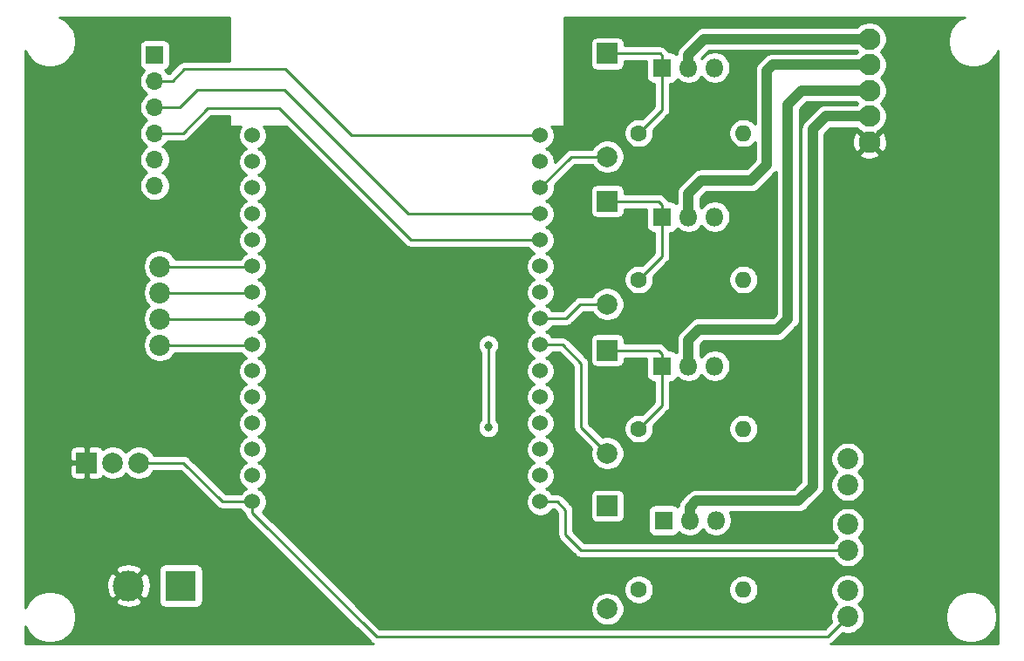
<source format=gbr>
G04 #@! TF.GenerationSoftware,KiCad,Pcbnew,(5.1.5)-3*
G04 #@! TF.CreationDate,2022-07-10T23:47:25+02:00*
G04 #@! TF.ProjectId,rgbw_12v_controller,72676277-5f31-4327-965f-636f6e74726f,rev?*
G04 #@! TF.SameCoordinates,Original*
G04 #@! TF.FileFunction,Copper,L1,Top*
G04 #@! TF.FilePolarity,Positive*
%FSLAX46Y46*%
G04 Gerber Fmt 4.6, Leading zero omitted, Abs format (unit mm)*
G04 Created by KiCad (PCBNEW (5.1.5)-3) date 2022-07-10 23:47:25*
%MOMM*%
%LPD*%
G04 APERTURE LIST*
%ADD10C,1.524000*%
%ADD11R,2.000000X2.000000*%
%ADD12C,2.000000*%
%ADD13C,3.000000*%
%ADD14R,3.000000X3.000000*%
%ADD15C,2.020000*%
%ADD16O,1.800000X1.800000*%
%ADD17R,1.800000X1.800000*%
%ADD18O,1.600000X1.600000*%
%ADD19C,1.600000*%
%ADD20C,2.100000*%
%ADD21O,1.700000X1.700000*%
%ADD22R,1.700000X1.700000*%
%ADD23C,0.800000*%
%ADD24C,0.250000*%
%ADD25C,1.000000*%
%ADD26C,0.254000*%
G04 APERTURE END LIST*
D10*
X124545001Y-59150001D03*
X124545001Y-61690001D03*
X124545001Y-64230001D03*
X124545001Y-66770001D03*
X124545001Y-69310001D03*
X124545001Y-71850001D03*
X124545001Y-74390001D03*
X124545001Y-76930001D03*
X124545001Y-79470001D03*
X124545001Y-82010001D03*
X124545001Y-84550001D03*
X124545001Y-87090001D03*
X124545001Y-89630001D03*
X124545001Y-92170001D03*
X124545001Y-94710001D03*
X152485001Y-94710001D03*
X152485001Y-92170001D03*
X152485001Y-89630001D03*
X152485001Y-87090001D03*
X152485001Y-84550001D03*
X152485001Y-82010001D03*
X152485001Y-79470001D03*
X152485001Y-76930001D03*
X152485001Y-74390001D03*
X152485001Y-71850001D03*
X152485001Y-69310001D03*
X152485001Y-66770001D03*
X152485001Y-64230001D03*
X152485001Y-61690001D03*
X152485001Y-59150001D03*
D11*
X159004000Y-51214000D03*
D12*
X159004000Y-61214000D03*
D11*
X159004000Y-65532000D03*
D12*
X159004000Y-75532000D03*
X159004000Y-90010000D03*
D11*
X159004000Y-80010000D03*
D13*
X112522000Y-102870000D03*
D14*
X117602000Y-102870000D03*
D15*
X115570000Y-71882000D03*
X115570000Y-74422000D03*
X115570000Y-76962000D03*
X115570000Y-79502000D03*
X182346600Y-99441000D03*
X182346600Y-96901000D03*
X182333900Y-105905300D03*
X182333900Y-103365300D03*
X182333900Y-90551000D03*
X182333900Y-93091000D03*
D16*
X169418000Y-52578000D03*
X166878000Y-52578000D03*
D17*
X164338000Y-52578000D03*
D16*
X169418000Y-67056000D03*
X166878000Y-67056000D03*
D17*
X164338000Y-67056000D03*
X164338000Y-81534000D03*
D16*
X166878000Y-81534000D03*
X169418000Y-81534000D03*
D18*
X172212000Y-58928000D03*
D19*
X162052000Y-58928000D03*
D18*
X172212000Y-73152000D03*
D19*
X162052000Y-73152000D03*
X162052000Y-87630000D03*
D18*
X172212000Y-87630000D03*
D11*
X108458000Y-90932000D03*
D12*
X110998000Y-90932000D03*
X113538000Y-90932000D03*
D11*
X159004000Y-95123000D03*
D12*
X159004000Y-105123000D03*
D20*
X184442100Y-49796700D03*
X184442100Y-52296700D03*
X184442100Y-54796700D03*
X184442100Y-57296700D03*
X184442100Y-59796700D03*
D16*
X169545000Y-96520000D03*
X167005000Y-96520000D03*
D17*
X164465000Y-96520000D03*
D18*
X172212000Y-103251000D03*
D19*
X162052000Y-103251000D03*
D21*
X115062000Y-64033400D03*
X115062000Y-61493400D03*
X115062000Y-58953400D03*
X115062000Y-56413400D03*
X115062000Y-53873400D03*
D22*
X115062000Y-51333400D03*
D23*
X147447000Y-79502000D03*
X147447000Y-87503000D03*
D24*
X164338000Y-51428000D02*
X164338000Y-52578000D01*
X164124000Y-51214000D02*
X164338000Y-51428000D01*
X159004000Y-51214000D02*
X164124000Y-51214000D01*
X164338000Y-56642000D02*
X162052000Y-58928000D01*
X164338000Y-52578000D02*
X164338000Y-56642000D01*
X159004000Y-75532000D02*
X156370000Y-75532000D01*
X154971999Y-76930001D02*
X152485001Y-76930001D01*
X156370000Y-75532000D02*
X154971999Y-76930001D01*
X164338000Y-70866000D02*
X162052000Y-73152000D01*
X164338000Y-67056000D02*
X164338000Y-70866000D01*
X164338000Y-65906000D02*
X164338000Y-67056000D01*
X163964000Y-65532000D02*
X164338000Y-65906000D01*
X159004000Y-65532000D02*
X163964000Y-65532000D01*
X152485001Y-79470001D02*
X154654001Y-79470001D01*
X154654001Y-79470001D02*
X156464000Y-81280000D01*
X156464000Y-87470000D02*
X159004000Y-90010000D01*
X156464000Y-81280000D02*
X156464000Y-87470000D01*
X155501002Y-61214000D02*
X159004000Y-61214000D01*
X152485001Y-64230001D02*
X155501002Y-61214000D01*
X164338000Y-85344000D02*
X162052000Y-87630000D01*
X164338000Y-81534000D02*
X164338000Y-85344000D01*
X164338000Y-80384000D02*
X164338000Y-81534000D01*
X163964000Y-80010000D02*
X164338000Y-80384000D01*
X159004000Y-80010000D02*
X163964000Y-80010000D01*
D25*
X166878000Y-51305208D02*
X166878000Y-52578000D01*
X177546000Y-49784000D02*
X168399208Y-49784000D01*
X168399208Y-49784000D02*
X166878000Y-51305208D01*
D24*
X124513002Y-71882000D02*
X124545001Y-71850001D01*
X115570000Y-71882000D02*
X124513002Y-71882000D01*
X124513002Y-74422000D02*
X124545001Y-74390001D01*
X115570000Y-74422000D02*
X124513002Y-74422000D01*
X124513002Y-76962000D02*
X124545001Y-76930001D01*
X115570000Y-76962000D02*
X124513002Y-76962000D01*
X124513002Y-79502000D02*
X124545001Y-79470001D01*
X115570000Y-79502000D02*
X124513002Y-79502000D01*
X152485001Y-69310001D02*
X139922001Y-69310001D01*
X139922001Y-69310001D02*
X127152400Y-56540400D01*
X127152400Y-56540400D02*
X120218200Y-56540400D01*
X117805200Y-58953400D02*
X115062000Y-58953400D01*
X120218200Y-56540400D02*
X117805200Y-58953400D01*
X152485001Y-66770001D02*
X139668001Y-66770001D01*
X139668001Y-66770001D02*
X127609600Y-54711600D01*
X127609600Y-54711600D02*
X119214900Y-54711600D01*
X117513100Y-56413400D02*
X115062000Y-56413400D01*
X119214900Y-54711600D02*
X117513100Y-56413400D01*
X116772081Y-53848000D02*
X117915081Y-52705000D01*
X115570000Y-53848000D02*
X116772081Y-53848000D01*
X117915081Y-52705000D02*
X127762000Y-52705000D01*
X134207001Y-59150001D02*
X152485001Y-59150001D01*
X127762000Y-52705000D02*
X134207001Y-59150001D01*
X152485001Y-94710001D02*
X154146001Y-94710001D01*
X154146001Y-94710001D02*
X154940000Y-95504000D01*
X154940000Y-95504000D02*
X154940000Y-97917000D01*
X156464000Y-99441000D02*
X182346600Y-99441000D01*
X154940000Y-97917000D02*
X156464000Y-99441000D01*
X113538000Y-90932000D02*
X117856000Y-90932000D01*
X121634001Y-94710001D02*
X124545001Y-94710001D01*
X117856000Y-90932000D02*
X121634001Y-94710001D01*
X124545001Y-95787631D02*
X136580370Y-107823000D01*
X124545001Y-94710001D02*
X124545001Y-95787631D01*
X180416200Y-107823000D02*
X182333900Y-105905300D01*
X136580370Y-107823000D02*
X180416200Y-107823000D01*
X147447000Y-80067685D02*
X147447000Y-87503000D01*
X147447000Y-79502000D02*
X147447000Y-80067685D01*
D25*
X177558700Y-49796700D02*
X184442100Y-49796700D01*
X177546000Y-49784000D02*
X177558700Y-49796700D01*
X175033300Y-52296700D02*
X184442100Y-52296700D01*
X174498000Y-52832000D02*
X175033300Y-52296700D01*
X166878000Y-67056000D02*
X166878000Y-64770000D01*
X166878000Y-64770000D02*
X168148000Y-63500000D01*
X172974000Y-63500000D02*
X174498000Y-61976000D01*
X168148000Y-63500000D02*
X172974000Y-63500000D01*
X174498000Y-61976000D02*
X174498000Y-52832000D01*
X177867300Y-54796700D02*
X184442100Y-54796700D01*
X176530000Y-56134000D02*
X177867300Y-54796700D01*
X167894000Y-77978000D02*
X175514000Y-77978000D01*
X166878000Y-81534000D02*
X166878000Y-78994000D01*
X166878000Y-78994000D02*
X167894000Y-77978000D01*
X175514000Y-77978000D02*
X176530000Y-76962000D01*
X176530000Y-76962000D02*
X176530000Y-56134000D01*
X167637208Y-94615000D02*
X167005000Y-95247208D01*
X167005000Y-95247208D02*
X167005000Y-96520000D01*
X178943000Y-58547000D02*
X178943000Y-93218000D01*
X180193300Y-57296700D02*
X178943000Y-58547000D01*
X178943000Y-93218000D02*
X177546000Y-94615000D01*
X184442100Y-57296700D02*
X180193300Y-57296700D01*
X177546000Y-94615000D02*
X167637208Y-94615000D01*
D26*
G36*
X193371768Y-47807491D02*
G01*
X192959526Y-48082943D01*
X192608943Y-48433526D01*
X192333491Y-48845768D01*
X192143757Y-49303827D01*
X192047032Y-49790100D01*
X192047032Y-50285900D01*
X192143757Y-50772173D01*
X192333491Y-51230232D01*
X192608943Y-51642474D01*
X192959526Y-51993057D01*
X193371768Y-52268509D01*
X193829827Y-52458243D01*
X194316100Y-52554968D01*
X194811900Y-52554968D01*
X195298173Y-52458243D01*
X195756232Y-52268509D01*
X196168474Y-51993057D01*
X196519057Y-51642474D01*
X196794509Y-51230232D01*
X196927000Y-50910370D01*
X196927001Y-108535000D01*
X180687171Y-108535000D01*
X180708447Y-108528546D01*
X180840476Y-108457974D01*
X180956201Y-108363001D01*
X180980004Y-108333997D01*
X181834871Y-107479130D01*
X181854071Y-107487083D01*
X182171882Y-107550300D01*
X182495918Y-107550300D01*
X182813729Y-107487083D01*
X183113099Y-107363080D01*
X183382526Y-107183055D01*
X183611655Y-106953926D01*
X183791680Y-106684499D01*
X183915683Y-106385129D01*
X183978900Y-106067318D01*
X183978900Y-105743282D01*
X183964344Y-105670100D01*
X191793031Y-105670100D01*
X191793031Y-106165900D01*
X191889756Y-106652173D01*
X192079491Y-107110232D01*
X192354942Y-107522475D01*
X192705525Y-107873058D01*
X193117768Y-108148509D01*
X193575827Y-108338244D01*
X194062100Y-108434969D01*
X194557900Y-108434969D01*
X195044173Y-108338244D01*
X195502232Y-108148509D01*
X195914475Y-107873058D01*
X196265058Y-107522475D01*
X196540509Y-107110232D01*
X196730244Y-106652173D01*
X196826969Y-106165900D01*
X196826969Y-105670100D01*
X196730244Y-105183827D01*
X196540509Y-104725768D01*
X196265058Y-104313525D01*
X195914475Y-103962942D01*
X195502232Y-103687491D01*
X195044173Y-103497756D01*
X194557900Y-103401031D01*
X194062100Y-103401031D01*
X193575827Y-103497756D01*
X193117768Y-103687491D01*
X192705525Y-103962942D01*
X192354942Y-104313525D01*
X192079491Y-104725768D01*
X191889756Y-105183827D01*
X191793031Y-105670100D01*
X183964344Y-105670100D01*
X183915683Y-105425471D01*
X183791680Y-105126101D01*
X183611655Y-104856674D01*
X183390281Y-104635300D01*
X183611655Y-104413926D01*
X183791680Y-104144499D01*
X183915683Y-103845129D01*
X183978900Y-103527318D01*
X183978900Y-103203282D01*
X183915683Y-102885471D01*
X183791680Y-102586101D01*
X183611655Y-102316674D01*
X183382526Y-102087545D01*
X183113099Y-101907520D01*
X182813729Y-101783517D01*
X182495918Y-101720300D01*
X182171882Y-101720300D01*
X181854071Y-101783517D01*
X181554701Y-101907520D01*
X181285274Y-102087545D01*
X181056145Y-102316674D01*
X180876120Y-102586101D01*
X180752117Y-102885471D01*
X180688900Y-103203282D01*
X180688900Y-103527318D01*
X180752117Y-103845129D01*
X180876120Y-104144499D01*
X181056145Y-104413926D01*
X181277519Y-104635300D01*
X181056145Y-104856674D01*
X180876120Y-105126101D01*
X180752117Y-105425471D01*
X180688900Y-105743282D01*
X180688900Y-106067318D01*
X180752117Y-106385129D01*
X180760070Y-106404329D01*
X180101399Y-107063000D01*
X136895172Y-107063000D01*
X134794139Y-104961967D01*
X157369000Y-104961967D01*
X157369000Y-105284033D01*
X157431832Y-105599912D01*
X157555082Y-105897463D01*
X157734013Y-106165252D01*
X157961748Y-106392987D01*
X158229537Y-106571918D01*
X158527088Y-106695168D01*
X158842967Y-106758000D01*
X159165033Y-106758000D01*
X159480912Y-106695168D01*
X159778463Y-106571918D01*
X160046252Y-106392987D01*
X160273987Y-106165252D01*
X160452918Y-105897463D01*
X160576168Y-105599912D01*
X160639000Y-105284033D01*
X160639000Y-104961967D01*
X160576168Y-104646088D01*
X160452918Y-104348537D01*
X160273987Y-104080748D01*
X160046252Y-103853013D01*
X159778463Y-103674082D01*
X159480912Y-103550832D01*
X159165033Y-103488000D01*
X158842967Y-103488000D01*
X158527088Y-103550832D01*
X158229537Y-103674082D01*
X157961748Y-103853013D01*
X157734013Y-104080748D01*
X157555082Y-104348537D01*
X157431832Y-104646088D01*
X157369000Y-104961967D01*
X134794139Y-104961967D01*
X132941837Y-103109665D01*
X160617000Y-103109665D01*
X160617000Y-103392335D01*
X160672147Y-103669574D01*
X160780320Y-103930727D01*
X160937363Y-104165759D01*
X161137241Y-104365637D01*
X161372273Y-104522680D01*
X161633426Y-104630853D01*
X161910665Y-104686000D01*
X162193335Y-104686000D01*
X162470574Y-104630853D01*
X162731727Y-104522680D01*
X162966759Y-104365637D01*
X163166637Y-104165759D01*
X163323680Y-103930727D01*
X163431853Y-103669574D01*
X163487000Y-103392335D01*
X163487000Y-103109665D01*
X170777000Y-103109665D01*
X170777000Y-103392335D01*
X170832147Y-103669574D01*
X170940320Y-103930727D01*
X171097363Y-104165759D01*
X171297241Y-104365637D01*
X171532273Y-104522680D01*
X171793426Y-104630853D01*
X172070665Y-104686000D01*
X172353335Y-104686000D01*
X172630574Y-104630853D01*
X172891727Y-104522680D01*
X173126759Y-104365637D01*
X173326637Y-104165759D01*
X173483680Y-103930727D01*
X173591853Y-103669574D01*
X173647000Y-103392335D01*
X173647000Y-103109665D01*
X173591853Y-102832426D01*
X173483680Y-102571273D01*
X173326637Y-102336241D01*
X173126759Y-102136363D01*
X172891727Y-101979320D01*
X172630574Y-101871147D01*
X172353335Y-101816000D01*
X172070665Y-101816000D01*
X171793426Y-101871147D01*
X171532273Y-101979320D01*
X171297241Y-102136363D01*
X171097363Y-102336241D01*
X170940320Y-102571273D01*
X170832147Y-102832426D01*
X170777000Y-103109665D01*
X163487000Y-103109665D01*
X163431853Y-102832426D01*
X163323680Y-102571273D01*
X163166637Y-102336241D01*
X162966759Y-102136363D01*
X162731727Y-101979320D01*
X162470574Y-101871147D01*
X162193335Y-101816000D01*
X161910665Y-101816000D01*
X161633426Y-101871147D01*
X161372273Y-101979320D01*
X161137241Y-102136363D01*
X160937363Y-102336241D01*
X160780320Y-102571273D01*
X160672147Y-102832426D01*
X160617000Y-103109665D01*
X132941837Y-103109665D01*
X125531414Y-95699243D01*
X125630121Y-95600536D01*
X125783006Y-95371728D01*
X125888315Y-95117491D01*
X125942001Y-94847593D01*
X125942001Y-94572409D01*
X125888315Y-94302511D01*
X125783006Y-94048274D01*
X125630121Y-93819466D01*
X125435536Y-93624881D01*
X125206728Y-93471996D01*
X125129486Y-93440001D01*
X125206728Y-93408006D01*
X125435536Y-93255121D01*
X125630121Y-93060536D01*
X125783006Y-92831728D01*
X125888315Y-92577491D01*
X125942001Y-92307593D01*
X125942001Y-92032409D01*
X125888315Y-91762511D01*
X125783006Y-91508274D01*
X125630121Y-91279466D01*
X125435536Y-91084881D01*
X125206728Y-90931996D01*
X125129486Y-90900001D01*
X125206728Y-90868006D01*
X125435536Y-90715121D01*
X125630121Y-90520536D01*
X125783006Y-90291728D01*
X125888315Y-90037491D01*
X125942001Y-89767593D01*
X125942001Y-89492409D01*
X125888315Y-89222511D01*
X125783006Y-88968274D01*
X125630121Y-88739466D01*
X125435536Y-88544881D01*
X125206728Y-88391996D01*
X125129486Y-88360001D01*
X125206728Y-88328006D01*
X125435536Y-88175121D01*
X125630121Y-87980536D01*
X125783006Y-87751728D01*
X125888315Y-87497491D01*
X125942001Y-87227593D01*
X125942001Y-86952409D01*
X125888315Y-86682511D01*
X125783006Y-86428274D01*
X125630121Y-86199466D01*
X125435536Y-86004881D01*
X125206728Y-85851996D01*
X125129486Y-85820001D01*
X125206728Y-85788006D01*
X125435536Y-85635121D01*
X125630121Y-85440536D01*
X125783006Y-85211728D01*
X125888315Y-84957491D01*
X125942001Y-84687593D01*
X125942001Y-84412409D01*
X125888315Y-84142511D01*
X125783006Y-83888274D01*
X125630121Y-83659466D01*
X125435536Y-83464881D01*
X125206728Y-83311996D01*
X125129486Y-83280001D01*
X125206728Y-83248006D01*
X125435536Y-83095121D01*
X125630121Y-82900536D01*
X125783006Y-82671728D01*
X125888315Y-82417491D01*
X125942001Y-82147593D01*
X125942001Y-81872409D01*
X125888315Y-81602511D01*
X125783006Y-81348274D01*
X125630121Y-81119466D01*
X125435536Y-80924881D01*
X125206728Y-80771996D01*
X125129486Y-80740001D01*
X125206728Y-80708006D01*
X125435536Y-80555121D01*
X125630121Y-80360536D01*
X125783006Y-80131728D01*
X125888315Y-79877491D01*
X125942001Y-79607593D01*
X125942001Y-79400061D01*
X146412000Y-79400061D01*
X146412000Y-79603939D01*
X146451774Y-79803898D01*
X146529795Y-79992256D01*
X146643063Y-80161774D01*
X146687000Y-80205711D01*
X146687001Y-86799288D01*
X146643063Y-86843226D01*
X146529795Y-87012744D01*
X146451774Y-87201102D01*
X146412000Y-87401061D01*
X146412000Y-87604939D01*
X146451774Y-87804898D01*
X146529795Y-87993256D01*
X146643063Y-88162774D01*
X146787226Y-88306937D01*
X146956744Y-88420205D01*
X147145102Y-88498226D01*
X147345061Y-88538000D01*
X147548939Y-88538000D01*
X147748898Y-88498226D01*
X147937256Y-88420205D01*
X148106774Y-88306937D01*
X148250937Y-88162774D01*
X148364205Y-87993256D01*
X148442226Y-87804898D01*
X148482000Y-87604939D01*
X148482000Y-87401061D01*
X148442226Y-87201102D01*
X148364205Y-87012744D01*
X148250937Y-86843226D01*
X148207000Y-86799289D01*
X148207000Y-80205711D01*
X148250937Y-80161774D01*
X148364205Y-79992256D01*
X148442226Y-79803898D01*
X148482000Y-79603939D01*
X148482000Y-79400061D01*
X148442226Y-79200102D01*
X148364205Y-79011744D01*
X148250937Y-78842226D01*
X148106774Y-78698063D01*
X147937256Y-78584795D01*
X147748898Y-78506774D01*
X147548939Y-78467000D01*
X147345061Y-78467000D01*
X147145102Y-78506774D01*
X146956744Y-78584795D01*
X146787226Y-78698063D01*
X146643063Y-78842226D01*
X146529795Y-79011744D01*
X146451774Y-79200102D01*
X146412000Y-79400061D01*
X125942001Y-79400061D01*
X125942001Y-79332409D01*
X125888315Y-79062511D01*
X125783006Y-78808274D01*
X125630121Y-78579466D01*
X125435536Y-78384881D01*
X125206728Y-78231996D01*
X125129486Y-78200001D01*
X125206728Y-78168006D01*
X125435536Y-78015121D01*
X125630121Y-77820536D01*
X125783006Y-77591728D01*
X125888315Y-77337491D01*
X125942001Y-77067593D01*
X125942001Y-76792409D01*
X125888315Y-76522511D01*
X125783006Y-76268274D01*
X125630121Y-76039466D01*
X125435536Y-75844881D01*
X125206728Y-75691996D01*
X125129486Y-75660001D01*
X125206728Y-75628006D01*
X125435536Y-75475121D01*
X125630121Y-75280536D01*
X125783006Y-75051728D01*
X125888315Y-74797491D01*
X125942001Y-74527593D01*
X125942001Y-74252409D01*
X125888315Y-73982511D01*
X125783006Y-73728274D01*
X125630121Y-73499466D01*
X125435536Y-73304881D01*
X125206728Y-73151996D01*
X125129486Y-73120001D01*
X125206728Y-73088006D01*
X125435536Y-72935121D01*
X125630121Y-72740536D01*
X125783006Y-72511728D01*
X125888315Y-72257491D01*
X125942001Y-71987593D01*
X125942001Y-71712409D01*
X125888315Y-71442511D01*
X125783006Y-71188274D01*
X125630121Y-70959466D01*
X125435536Y-70764881D01*
X125206728Y-70611996D01*
X125129486Y-70580001D01*
X125206728Y-70548006D01*
X125435536Y-70395121D01*
X125630121Y-70200536D01*
X125783006Y-69971728D01*
X125888315Y-69717491D01*
X125942001Y-69447593D01*
X125942001Y-69172409D01*
X125888315Y-68902511D01*
X125783006Y-68648274D01*
X125630121Y-68419466D01*
X125435536Y-68224881D01*
X125206728Y-68071996D01*
X125129486Y-68040001D01*
X125206728Y-68008006D01*
X125435536Y-67855121D01*
X125630121Y-67660536D01*
X125783006Y-67431728D01*
X125888315Y-67177491D01*
X125942001Y-66907593D01*
X125942001Y-66632409D01*
X125888315Y-66362511D01*
X125783006Y-66108274D01*
X125630121Y-65879466D01*
X125435536Y-65684881D01*
X125206728Y-65531996D01*
X125129486Y-65500001D01*
X125206728Y-65468006D01*
X125435536Y-65315121D01*
X125630121Y-65120536D01*
X125783006Y-64891728D01*
X125888315Y-64637491D01*
X125942001Y-64367593D01*
X125942001Y-64092409D01*
X125888315Y-63822511D01*
X125783006Y-63568274D01*
X125630121Y-63339466D01*
X125435536Y-63144881D01*
X125206728Y-62991996D01*
X125129486Y-62960001D01*
X125206728Y-62928006D01*
X125435536Y-62775121D01*
X125630121Y-62580536D01*
X125783006Y-62351728D01*
X125888315Y-62097491D01*
X125942001Y-61827593D01*
X125942001Y-61552409D01*
X125888315Y-61282511D01*
X125783006Y-61028274D01*
X125630121Y-60799466D01*
X125435536Y-60604881D01*
X125206728Y-60451996D01*
X125129486Y-60420001D01*
X125206728Y-60388006D01*
X125435536Y-60235121D01*
X125630121Y-60040536D01*
X125783006Y-59811728D01*
X125888315Y-59557491D01*
X125942001Y-59287593D01*
X125942001Y-59012409D01*
X125888315Y-58742511D01*
X125783006Y-58488274D01*
X125652528Y-58293000D01*
X127830199Y-58293000D01*
X139358202Y-69821004D01*
X139382000Y-69850002D01*
X139410998Y-69873800D01*
X139497724Y-69944975D01*
X139629754Y-70015547D01*
X139773015Y-70059004D01*
X139884668Y-70070001D01*
X139884678Y-70070001D01*
X139922001Y-70073677D01*
X139959324Y-70070001D01*
X151312660Y-70070001D01*
X151399881Y-70200536D01*
X151594466Y-70395121D01*
X151823274Y-70548006D01*
X151900516Y-70580001D01*
X151823274Y-70611996D01*
X151594466Y-70764881D01*
X151399881Y-70959466D01*
X151246996Y-71188274D01*
X151141687Y-71442511D01*
X151088001Y-71712409D01*
X151088001Y-71987593D01*
X151141687Y-72257491D01*
X151246996Y-72511728D01*
X151399881Y-72740536D01*
X151594466Y-72935121D01*
X151823274Y-73088006D01*
X151900516Y-73120001D01*
X151823274Y-73151996D01*
X151594466Y-73304881D01*
X151399881Y-73499466D01*
X151246996Y-73728274D01*
X151141687Y-73982511D01*
X151088001Y-74252409D01*
X151088001Y-74527593D01*
X151141687Y-74797491D01*
X151246996Y-75051728D01*
X151399881Y-75280536D01*
X151594466Y-75475121D01*
X151823274Y-75628006D01*
X151900516Y-75660001D01*
X151823274Y-75691996D01*
X151594466Y-75844881D01*
X151399881Y-76039466D01*
X151246996Y-76268274D01*
X151141687Y-76522511D01*
X151088001Y-76792409D01*
X151088001Y-77067593D01*
X151141687Y-77337491D01*
X151246996Y-77591728D01*
X151399881Y-77820536D01*
X151594466Y-78015121D01*
X151823274Y-78168006D01*
X151900516Y-78200001D01*
X151823274Y-78231996D01*
X151594466Y-78384881D01*
X151399881Y-78579466D01*
X151246996Y-78808274D01*
X151141687Y-79062511D01*
X151088001Y-79332409D01*
X151088001Y-79607593D01*
X151141687Y-79877491D01*
X151246996Y-80131728D01*
X151399881Y-80360536D01*
X151594466Y-80555121D01*
X151823274Y-80708006D01*
X151900516Y-80740001D01*
X151823274Y-80771996D01*
X151594466Y-80924881D01*
X151399881Y-81119466D01*
X151246996Y-81348274D01*
X151141687Y-81602511D01*
X151088001Y-81872409D01*
X151088001Y-82147593D01*
X151141687Y-82417491D01*
X151246996Y-82671728D01*
X151399881Y-82900536D01*
X151594466Y-83095121D01*
X151823274Y-83248006D01*
X151900516Y-83280001D01*
X151823274Y-83311996D01*
X151594466Y-83464881D01*
X151399881Y-83659466D01*
X151246996Y-83888274D01*
X151141687Y-84142511D01*
X151088001Y-84412409D01*
X151088001Y-84687593D01*
X151141687Y-84957491D01*
X151246996Y-85211728D01*
X151399881Y-85440536D01*
X151594466Y-85635121D01*
X151823274Y-85788006D01*
X151900516Y-85820001D01*
X151823274Y-85851996D01*
X151594466Y-86004881D01*
X151399881Y-86199466D01*
X151246996Y-86428274D01*
X151141687Y-86682511D01*
X151088001Y-86952409D01*
X151088001Y-87227593D01*
X151141687Y-87497491D01*
X151246996Y-87751728D01*
X151399881Y-87980536D01*
X151594466Y-88175121D01*
X151823274Y-88328006D01*
X151900516Y-88360001D01*
X151823274Y-88391996D01*
X151594466Y-88544881D01*
X151399881Y-88739466D01*
X151246996Y-88968274D01*
X151141687Y-89222511D01*
X151088001Y-89492409D01*
X151088001Y-89767593D01*
X151141687Y-90037491D01*
X151246996Y-90291728D01*
X151399881Y-90520536D01*
X151594466Y-90715121D01*
X151823274Y-90868006D01*
X151900516Y-90900001D01*
X151823274Y-90931996D01*
X151594466Y-91084881D01*
X151399881Y-91279466D01*
X151246996Y-91508274D01*
X151141687Y-91762511D01*
X151088001Y-92032409D01*
X151088001Y-92307593D01*
X151141687Y-92577491D01*
X151246996Y-92831728D01*
X151399881Y-93060536D01*
X151594466Y-93255121D01*
X151823274Y-93408006D01*
X151900516Y-93440001D01*
X151823274Y-93471996D01*
X151594466Y-93624881D01*
X151399881Y-93819466D01*
X151246996Y-94048274D01*
X151141687Y-94302511D01*
X151088001Y-94572409D01*
X151088001Y-94847593D01*
X151141687Y-95117491D01*
X151246996Y-95371728D01*
X151399881Y-95600536D01*
X151594466Y-95795121D01*
X151823274Y-95948006D01*
X152077511Y-96053315D01*
X152347409Y-96107001D01*
X152622593Y-96107001D01*
X152892491Y-96053315D01*
X153146728Y-95948006D01*
X153375536Y-95795121D01*
X153570121Y-95600536D01*
X153657342Y-95470001D01*
X153831200Y-95470001D01*
X154180000Y-95818802D01*
X154180001Y-97879668D01*
X154176324Y-97917000D01*
X154190998Y-98065985D01*
X154234454Y-98209246D01*
X154305026Y-98341276D01*
X154346962Y-98392374D01*
X154400000Y-98457001D01*
X154428998Y-98480799D01*
X155900205Y-99952008D01*
X155923999Y-99981001D01*
X155952992Y-100004795D01*
X155952996Y-100004799D01*
X156023685Y-100062811D01*
X156039724Y-100075974D01*
X156171753Y-100146546D01*
X156315014Y-100190003D01*
X156426667Y-100201000D01*
X156426676Y-100201000D01*
X156463999Y-100204676D01*
X156501322Y-100201000D01*
X180880868Y-100201000D01*
X180888820Y-100220199D01*
X181068845Y-100489626D01*
X181297974Y-100718755D01*
X181567401Y-100898780D01*
X181866771Y-101022783D01*
X182184582Y-101086000D01*
X182508618Y-101086000D01*
X182826429Y-101022783D01*
X183125799Y-100898780D01*
X183395226Y-100718755D01*
X183624355Y-100489626D01*
X183804380Y-100220199D01*
X183928383Y-99920829D01*
X183991600Y-99603018D01*
X183991600Y-99278982D01*
X183928383Y-98961171D01*
X183804380Y-98661801D01*
X183624355Y-98392374D01*
X183402981Y-98171000D01*
X183624355Y-97949626D01*
X183804380Y-97680199D01*
X183928383Y-97380829D01*
X183991600Y-97063018D01*
X183991600Y-96738982D01*
X183928383Y-96421171D01*
X183804380Y-96121801D01*
X183624355Y-95852374D01*
X183395226Y-95623245D01*
X183125799Y-95443220D01*
X182826429Y-95319217D01*
X182508618Y-95256000D01*
X182184582Y-95256000D01*
X181866771Y-95319217D01*
X181567401Y-95443220D01*
X181297974Y-95623245D01*
X181068845Y-95852374D01*
X180888820Y-96121801D01*
X180764817Y-96421171D01*
X180701600Y-96738982D01*
X180701600Y-97063018D01*
X180764817Y-97380829D01*
X180888820Y-97680199D01*
X181068845Y-97949626D01*
X181290219Y-98171000D01*
X181068845Y-98392374D01*
X180888820Y-98661801D01*
X180880868Y-98681000D01*
X156778803Y-98681000D01*
X155700000Y-97602199D01*
X155700000Y-95541322D01*
X155703676Y-95503999D01*
X155700000Y-95466676D01*
X155700000Y-95466667D01*
X155689003Y-95355014D01*
X155645546Y-95211753D01*
X155604133Y-95134276D01*
X155574974Y-95079723D01*
X155503799Y-94992997D01*
X155480001Y-94963999D01*
X155451004Y-94940202D01*
X154709804Y-94199003D01*
X154686002Y-94170000D01*
X154628733Y-94123000D01*
X157365928Y-94123000D01*
X157365928Y-96123000D01*
X157378188Y-96247482D01*
X157414498Y-96367180D01*
X157473463Y-96477494D01*
X157552815Y-96574185D01*
X157649506Y-96653537D01*
X157759820Y-96712502D01*
X157879518Y-96748812D01*
X158004000Y-96761072D01*
X160004000Y-96761072D01*
X160128482Y-96748812D01*
X160248180Y-96712502D01*
X160358494Y-96653537D01*
X160455185Y-96574185D01*
X160534537Y-96477494D01*
X160593502Y-96367180D01*
X160629812Y-96247482D01*
X160642072Y-96123000D01*
X160642072Y-94123000D01*
X160629812Y-93998518D01*
X160593502Y-93878820D01*
X160534537Y-93768506D01*
X160455185Y-93671815D01*
X160358494Y-93592463D01*
X160248180Y-93533498D01*
X160128482Y-93497188D01*
X160004000Y-93484928D01*
X158004000Y-93484928D01*
X157879518Y-93497188D01*
X157759820Y-93533498D01*
X157649506Y-93592463D01*
X157552815Y-93671815D01*
X157473463Y-93768506D01*
X157414498Y-93878820D01*
X157378188Y-93998518D01*
X157365928Y-94123000D01*
X154628733Y-94123000D01*
X154570277Y-94075027D01*
X154438248Y-94004455D01*
X154294987Y-93960998D01*
X154183334Y-93950001D01*
X154183323Y-93950001D01*
X154146001Y-93946325D01*
X154108679Y-93950001D01*
X153657342Y-93950001D01*
X153570121Y-93819466D01*
X153375536Y-93624881D01*
X153146728Y-93471996D01*
X153069486Y-93440001D01*
X153146728Y-93408006D01*
X153375536Y-93255121D01*
X153570121Y-93060536D01*
X153723006Y-92831728D01*
X153828315Y-92577491D01*
X153882001Y-92307593D01*
X153882001Y-92032409D01*
X153828315Y-91762511D01*
X153723006Y-91508274D01*
X153570121Y-91279466D01*
X153375536Y-91084881D01*
X153146728Y-90931996D01*
X153069486Y-90900001D01*
X153146728Y-90868006D01*
X153375536Y-90715121D01*
X153570121Y-90520536D01*
X153723006Y-90291728D01*
X153828315Y-90037491D01*
X153882001Y-89767593D01*
X153882001Y-89492409D01*
X153828315Y-89222511D01*
X153723006Y-88968274D01*
X153570121Y-88739466D01*
X153375536Y-88544881D01*
X153146728Y-88391996D01*
X153069486Y-88360001D01*
X153146728Y-88328006D01*
X153375536Y-88175121D01*
X153570121Y-87980536D01*
X153723006Y-87751728D01*
X153828315Y-87497491D01*
X153882001Y-87227593D01*
X153882001Y-86952409D01*
X153828315Y-86682511D01*
X153723006Y-86428274D01*
X153570121Y-86199466D01*
X153375536Y-86004881D01*
X153146728Y-85851996D01*
X153069486Y-85820001D01*
X153146728Y-85788006D01*
X153375536Y-85635121D01*
X153570121Y-85440536D01*
X153723006Y-85211728D01*
X153828315Y-84957491D01*
X153882001Y-84687593D01*
X153882001Y-84412409D01*
X153828315Y-84142511D01*
X153723006Y-83888274D01*
X153570121Y-83659466D01*
X153375536Y-83464881D01*
X153146728Y-83311996D01*
X153069486Y-83280001D01*
X153146728Y-83248006D01*
X153375536Y-83095121D01*
X153570121Y-82900536D01*
X153723006Y-82671728D01*
X153828315Y-82417491D01*
X153882001Y-82147593D01*
X153882001Y-81872409D01*
X153828315Y-81602511D01*
X153723006Y-81348274D01*
X153570121Y-81119466D01*
X153375536Y-80924881D01*
X153146728Y-80771996D01*
X153069486Y-80740001D01*
X153146728Y-80708006D01*
X153375536Y-80555121D01*
X153570121Y-80360536D01*
X153657342Y-80230001D01*
X154339200Y-80230001D01*
X155704000Y-81594802D01*
X155704001Y-87432668D01*
X155700324Y-87470000D01*
X155704001Y-87507333D01*
X155713615Y-87604939D01*
X155714998Y-87618985D01*
X155758454Y-87762246D01*
X155829026Y-87894276D01*
X155851981Y-87922246D01*
X155924000Y-88010001D01*
X155952998Y-88033799D01*
X157437823Y-89518625D01*
X157431832Y-89533088D01*
X157369000Y-89848967D01*
X157369000Y-90171033D01*
X157431832Y-90486912D01*
X157555082Y-90784463D01*
X157734013Y-91052252D01*
X157961748Y-91279987D01*
X158229537Y-91458918D01*
X158527088Y-91582168D01*
X158842967Y-91645000D01*
X159165033Y-91645000D01*
X159480912Y-91582168D01*
X159778463Y-91458918D01*
X160046252Y-91279987D01*
X160273987Y-91052252D01*
X160452918Y-90784463D01*
X160576168Y-90486912D01*
X160639000Y-90171033D01*
X160639000Y-89848967D01*
X160576168Y-89533088D01*
X160452918Y-89235537D01*
X160273987Y-88967748D01*
X160046252Y-88740013D01*
X159778463Y-88561082D01*
X159480912Y-88437832D01*
X159165033Y-88375000D01*
X158842967Y-88375000D01*
X158527088Y-88437832D01*
X158512625Y-88443823D01*
X157224000Y-87155199D01*
X157224000Y-81317322D01*
X157227676Y-81279999D01*
X157224000Y-81242676D01*
X157224000Y-81242667D01*
X157213003Y-81131014D01*
X157169546Y-80987753D01*
X157135940Y-80924881D01*
X157098974Y-80855723D01*
X157027799Y-80768997D01*
X157004001Y-80739999D01*
X156975004Y-80716202D01*
X155217805Y-78959004D01*
X155194002Y-78930000D01*
X155078277Y-78835027D01*
X154946248Y-78764455D01*
X154802987Y-78720998D01*
X154691334Y-78710001D01*
X154691323Y-78710001D01*
X154654001Y-78706325D01*
X154616679Y-78710001D01*
X153657342Y-78710001D01*
X153570121Y-78579466D01*
X153375536Y-78384881D01*
X153146728Y-78231996D01*
X153069486Y-78200001D01*
X153146728Y-78168006D01*
X153375536Y-78015121D01*
X153570121Y-77820536D01*
X153657342Y-77690001D01*
X154934677Y-77690001D01*
X154971999Y-77693677D01*
X155009321Y-77690001D01*
X155009332Y-77690001D01*
X155120985Y-77679004D01*
X155264246Y-77635547D01*
X155396275Y-77564975D01*
X155512000Y-77470002D01*
X155535803Y-77440998D01*
X156684802Y-76292000D01*
X157549091Y-76292000D01*
X157555082Y-76306463D01*
X157734013Y-76574252D01*
X157961748Y-76801987D01*
X158229537Y-76980918D01*
X158527088Y-77104168D01*
X158842967Y-77167000D01*
X159165033Y-77167000D01*
X159480912Y-77104168D01*
X159778463Y-76980918D01*
X160046252Y-76801987D01*
X160273987Y-76574252D01*
X160452918Y-76306463D01*
X160576168Y-76008912D01*
X160639000Y-75693033D01*
X160639000Y-75370967D01*
X160576168Y-75055088D01*
X160452918Y-74757537D01*
X160273987Y-74489748D01*
X160046252Y-74262013D01*
X159778463Y-74083082D01*
X159480912Y-73959832D01*
X159165033Y-73897000D01*
X158842967Y-73897000D01*
X158527088Y-73959832D01*
X158229537Y-74083082D01*
X157961748Y-74262013D01*
X157734013Y-74489748D01*
X157555082Y-74757537D01*
X157549091Y-74772000D01*
X156407323Y-74772000D01*
X156370000Y-74768324D01*
X156332677Y-74772000D01*
X156332667Y-74772000D01*
X156221014Y-74782997D01*
X156077753Y-74826454D01*
X155945723Y-74897026D01*
X155866552Y-74962001D01*
X155829999Y-74991999D01*
X155806201Y-75020997D01*
X154657198Y-76170001D01*
X153657342Y-76170001D01*
X153570121Y-76039466D01*
X153375536Y-75844881D01*
X153146728Y-75691996D01*
X153069486Y-75660001D01*
X153146728Y-75628006D01*
X153375536Y-75475121D01*
X153570121Y-75280536D01*
X153723006Y-75051728D01*
X153828315Y-74797491D01*
X153882001Y-74527593D01*
X153882001Y-74252409D01*
X153828315Y-73982511D01*
X153723006Y-73728274D01*
X153570121Y-73499466D01*
X153375536Y-73304881D01*
X153146728Y-73151996D01*
X153069486Y-73120001D01*
X153146728Y-73088006D01*
X153375536Y-72935121D01*
X153570121Y-72740536D01*
X153723006Y-72511728D01*
X153828315Y-72257491D01*
X153882001Y-71987593D01*
X153882001Y-71712409D01*
X153828315Y-71442511D01*
X153723006Y-71188274D01*
X153570121Y-70959466D01*
X153375536Y-70764881D01*
X153146728Y-70611996D01*
X153069486Y-70580001D01*
X153146728Y-70548006D01*
X153375536Y-70395121D01*
X153570121Y-70200536D01*
X153723006Y-69971728D01*
X153828315Y-69717491D01*
X153882001Y-69447593D01*
X153882001Y-69172409D01*
X153828315Y-68902511D01*
X153723006Y-68648274D01*
X153570121Y-68419466D01*
X153375536Y-68224881D01*
X153146728Y-68071996D01*
X153069486Y-68040001D01*
X153146728Y-68008006D01*
X153375536Y-67855121D01*
X153570121Y-67660536D01*
X153723006Y-67431728D01*
X153828315Y-67177491D01*
X153882001Y-66907593D01*
X153882001Y-66632409D01*
X153828315Y-66362511D01*
X153723006Y-66108274D01*
X153570121Y-65879466D01*
X153375536Y-65684881D01*
X153146728Y-65531996D01*
X153069486Y-65500001D01*
X153146728Y-65468006D01*
X153375536Y-65315121D01*
X153570121Y-65120536D01*
X153723006Y-64891728D01*
X153828315Y-64637491D01*
X153882001Y-64367593D01*
X153882001Y-64092409D01*
X153851373Y-63938430D01*
X155815804Y-61974000D01*
X157549091Y-61974000D01*
X157555082Y-61988463D01*
X157734013Y-62256252D01*
X157961748Y-62483987D01*
X158229537Y-62662918D01*
X158527088Y-62786168D01*
X158842967Y-62849000D01*
X159165033Y-62849000D01*
X159480912Y-62786168D01*
X159778463Y-62662918D01*
X160046252Y-62483987D01*
X160273987Y-62256252D01*
X160452918Y-61988463D01*
X160576168Y-61690912D01*
X160639000Y-61375033D01*
X160639000Y-61052967D01*
X160576168Y-60737088D01*
X160452918Y-60439537D01*
X160273987Y-60171748D01*
X160046252Y-59944013D01*
X159778463Y-59765082D01*
X159480912Y-59641832D01*
X159165033Y-59579000D01*
X158842967Y-59579000D01*
X158527088Y-59641832D01*
X158229537Y-59765082D01*
X157961748Y-59944013D01*
X157734013Y-60171748D01*
X157555082Y-60439537D01*
X157549091Y-60454000D01*
X155538335Y-60454000D01*
X155501002Y-60450323D01*
X155463669Y-60454000D01*
X155352016Y-60464997D01*
X155208755Y-60508454D01*
X155076726Y-60579026D01*
X154961001Y-60673999D01*
X154937203Y-60702997D01*
X153882001Y-61758199D01*
X153882001Y-61552409D01*
X153828315Y-61282511D01*
X153723006Y-61028274D01*
X153570121Y-60799466D01*
X153375536Y-60604881D01*
X153146728Y-60451996D01*
X153069486Y-60420001D01*
X153146728Y-60388006D01*
X153375536Y-60235121D01*
X153570121Y-60040536D01*
X153723006Y-59811728D01*
X153828315Y-59557491D01*
X153882001Y-59287593D01*
X153882001Y-59012409D01*
X153828315Y-58742511D01*
X153723006Y-58488274D01*
X153592528Y-58293000D01*
X154686000Y-58293000D01*
X154710776Y-58290560D01*
X154734601Y-58283333D01*
X154756557Y-58271597D01*
X154775803Y-58255803D01*
X154791597Y-58236557D01*
X154803333Y-58214601D01*
X154810560Y-58190776D01*
X154813000Y-58166000D01*
X154813000Y-50214000D01*
X157365928Y-50214000D01*
X157365928Y-52214000D01*
X157378188Y-52338482D01*
X157414498Y-52458180D01*
X157473463Y-52568494D01*
X157552815Y-52665185D01*
X157649506Y-52744537D01*
X157759820Y-52803502D01*
X157879518Y-52839812D01*
X158004000Y-52852072D01*
X160004000Y-52852072D01*
X160128482Y-52839812D01*
X160248180Y-52803502D01*
X160358494Y-52744537D01*
X160455185Y-52665185D01*
X160534537Y-52568494D01*
X160593502Y-52458180D01*
X160629812Y-52338482D01*
X160642072Y-52214000D01*
X160642072Y-51974000D01*
X162799928Y-51974000D01*
X162799928Y-53478000D01*
X162812188Y-53602482D01*
X162848498Y-53722180D01*
X162907463Y-53832494D01*
X162986815Y-53929185D01*
X163083506Y-54008537D01*
X163193820Y-54067502D01*
X163313518Y-54103812D01*
X163438000Y-54116072D01*
X163578000Y-54116072D01*
X163578001Y-56327197D01*
X162375886Y-57529312D01*
X162193335Y-57493000D01*
X161910665Y-57493000D01*
X161633426Y-57548147D01*
X161372273Y-57656320D01*
X161137241Y-57813363D01*
X160937363Y-58013241D01*
X160780320Y-58248273D01*
X160672147Y-58509426D01*
X160617000Y-58786665D01*
X160617000Y-59069335D01*
X160672147Y-59346574D01*
X160780320Y-59607727D01*
X160937363Y-59842759D01*
X161137241Y-60042637D01*
X161372273Y-60199680D01*
X161633426Y-60307853D01*
X161910665Y-60363000D01*
X162193335Y-60363000D01*
X162470574Y-60307853D01*
X162731727Y-60199680D01*
X162966759Y-60042637D01*
X163166637Y-59842759D01*
X163323680Y-59607727D01*
X163431853Y-59346574D01*
X163487000Y-59069335D01*
X163487000Y-58786665D01*
X163450688Y-58604114D01*
X164849003Y-57205799D01*
X164878001Y-57182001D01*
X164972974Y-57066276D01*
X165043546Y-56934247D01*
X165087003Y-56790986D01*
X165098000Y-56679333D01*
X165098000Y-56679324D01*
X165101676Y-56642001D01*
X165098000Y-56604678D01*
X165098000Y-54116072D01*
X165238000Y-54116072D01*
X165362482Y-54103812D01*
X165482180Y-54067502D01*
X165592494Y-54008537D01*
X165689185Y-53929185D01*
X165768537Y-53832494D01*
X165827502Y-53722180D01*
X165833056Y-53703873D01*
X165899495Y-53770312D01*
X166150905Y-53938299D01*
X166430257Y-54054011D01*
X166726816Y-54113000D01*
X167029184Y-54113000D01*
X167325743Y-54054011D01*
X167605095Y-53938299D01*
X167856505Y-53770312D01*
X168070312Y-53556505D01*
X168148000Y-53440237D01*
X168225688Y-53556505D01*
X168439495Y-53770312D01*
X168690905Y-53938299D01*
X168970257Y-54054011D01*
X169266816Y-54113000D01*
X169569184Y-54113000D01*
X169865743Y-54054011D01*
X170145095Y-53938299D01*
X170396505Y-53770312D01*
X170610312Y-53556505D01*
X170778299Y-53305095D01*
X170894011Y-53025743D01*
X170953000Y-52729184D01*
X170953000Y-52426816D01*
X170894011Y-52130257D01*
X170778299Y-51850905D01*
X170610312Y-51599495D01*
X170396505Y-51385688D01*
X170145095Y-51217701D01*
X169865743Y-51101989D01*
X169569184Y-51043000D01*
X169266816Y-51043000D01*
X168970257Y-51101989D01*
X168690905Y-51217701D01*
X168439495Y-51385688D01*
X168225688Y-51599495D01*
X168148000Y-51715763D01*
X168117789Y-51670550D01*
X168869340Y-50919000D01*
X177374002Y-50919000D01*
X177502948Y-50931700D01*
X177502949Y-50931700D01*
X177558700Y-50937191D01*
X177614452Y-50931700D01*
X183194150Y-50931700D01*
X183309150Y-51046700D01*
X183194150Y-51161700D01*
X175089052Y-51161700D01*
X175033300Y-51156209D01*
X174977548Y-51161700D01*
X174810801Y-51178123D01*
X174596853Y-51243024D01*
X174399677Y-51348416D01*
X174226851Y-51490251D01*
X174191308Y-51533560D01*
X173734860Y-51990009D01*
X173691552Y-52025551D01*
X173549717Y-52198377D01*
X173520258Y-52253491D01*
X173444324Y-52395554D01*
X173379423Y-52609502D01*
X173357509Y-52832000D01*
X173363001Y-52887761D01*
X173363000Y-58067663D01*
X173326637Y-58013241D01*
X173126759Y-57813363D01*
X172891727Y-57656320D01*
X172630574Y-57548147D01*
X172353335Y-57493000D01*
X172070665Y-57493000D01*
X171793426Y-57548147D01*
X171532273Y-57656320D01*
X171297241Y-57813363D01*
X171097363Y-58013241D01*
X170940320Y-58248273D01*
X170832147Y-58509426D01*
X170777000Y-58786665D01*
X170777000Y-59069335D01*
X170832147Y-59346574D01*
X170940320Y-59607727D01*
X171097363Y-59842759D01*
X171297241Y-60042637D01*
X171532273Y-60199680D01*
X171793426Y-60307853D01*
X172070665Y-60363000D01*
X172353335Y-60363000D01*
X172630574Y-60307853D01*
X172891727Y-60199680D01*
X173126759Y-60042637D01*
X173326637Y-59842759D01*
X173363000Y-59788337D01*
X173363000Y-61505868D01*
X172503869Y-62365000D01*
X168203743Y-62365000D01*
X168147999Y-62359510D01*
X168092255Y-62365000D01*
X168092248Y-62365000D01*
X167946493Y-62379356D01*
X167925500Y-62381423D01*
X167875705Y-62396529D01*
X167711553Y-62446324D01*
X167514377Y-62551716D01*
X167341551Y-62693551D01*
X167306011Y-62736857D01*
X166114860Y-63928009D01*
X166071552Y-63963551D01*
X165929717Y-64136377D01*
X165906582Y-64179660D01*
X165824324Y-64333554D01*
X165759423Y-64547502D01*
X165737509Y-64770000D01*
X165743001Y-64825761D01*
X165743001Y-65770390D01*
X165689185Y-65704815D01*
X165592494Y-65625463D01*
X165482180Y-65566498D01*
X165362482Y-65530188D01*
X165238000Y-65517928D01*
X164992326Y-65517928D01*
X164972974Y-65481724D01*
X164878001Y-65365999D01*
X164848998Y-65342197D01*
X164527804Y-65021003D01*
X164504001Y-64991999D01*
X164388276Y-64897026D01*
X164256247Y-64826454D01*
X164112986Y-64782997D01*
X164001333Y-64772000D01*
X164001322Y-64772000D01*
X163964000Y-64768324D01*
X163926678Y-64772000D01*
X160642072Y-64772000D01*
X160642072Y-64532000D01*
X160629812Y-64407518D01*
X160593502Y-64287820D01*
X160534537Y-64177506D01*
X160455185Y-64080815D01*
X160358494Y-64001463D01*
X160248180Y-63942498D01*
X160128482Y-63906188D01*
X160004000Y-63893928D01*
X158004000Y-63893928D01*
X157879518Y-63906188D01*
X157759820Y-63942498D01*
X157649506Y-64001463D01*
X157552815Y-64080815D01*
X157473463Y-64177506D01*
X157414498Y-64287820D01*
X157378188Y-64407518D01*
X157365928Y-64532000D01*
X157365928Y-66532000D01*
X157378188Y-66656482D01*
X157414498Y-66776180D01*
X157473463Y-66886494D01*
X157552815Y-66983185D01*
X157649506Y-67062537D01*
X157759820Y-67121502D01*
X157879518Y-67157812D01*
X158004000Y-67170072D01*
X160004000Y-67170072D01*
X160128482Y-67157812D01*
X160248180Y-67121502D01*
X160358494Y-67062537D01*
X160455185Y-66983185D01*
X160534537Y-66886494D01*
X160593502Y-66776180D01*
X160629812Y-66656482D01*
X160642072Y-66532000D01*
X160642072Y-66292000D01*
X162799928Y-66292000D01*
X162799928Y-67956000D01*
X162812188Y-68080482D01*
X162848498Y-68200180D01*
X162907463Y-68310494D01*
X162986815Y-68407185D01*
X163083506Y-68486537D01*
X163193820Y-68545502D01*
X163313518Y-68581812D01*
X163438000Y-68594072D01*
X163578000Y-68594072D01*
X163578001Y-70551197D01*
X162375886Y-71753312D01*
X162193335Y-71717000D01*
X161910665Y-71717000D01*
X161633426Y-71772147D01*
X161372273Y-71880320D01*
X161137241Y-72037363D01*
X160937363Y-72237241D01*
X160780320Y-72472273D01*
X160672147Y-72733426D01*
X160617000Y-73010665D01*
X160617000Y-73293335D01*
X160672147Y-73570574D01*
X160780320Y-73831727D01*
X160937363Y-74066759D01*
X161137241Y-74266637D01*
X161372273Y-74423680D01*
X161633426Y-74531853D01*
X161910665Y-74587000D01*
X162193335Y-74587000D01*
X162470574Y-74531853D01*
X162731727Y-74423680D01*
X162966759Y-74266637D01*
X163166637Y-74066759D01*
X163323680Y-73831727D01*
X163431853Y-73570574D01*
X163487000Y-73293335D01*
X163487000Y-73010665D01*
X170777000Y-73010665D01*
X170777000Y-73293335D01*
X170832147Y-73570574D01*
X170940320Y-73831727D01*
X171097363Y-74066759D01*
X171297241Y-74266637D01*
X171532273Y-74423680D01*
X171793426Y-74531853D01*
X172070665Y-74587000D01*
X172353335Y-74587000D01*
X172630574Y-74531853D01*
X172891727Y-74423680D01*
X173126759Y-74266637D01*
X173326637Y-74066759D01*
X173483680Y-73831727D01*
X173591853Y-73570574D01*
X173647000Y-73293335D01*
X173647000Y-73010665D01*
X173591853Y-72733426D01*
X173483680Y-72472273D01*
X173326637Y-72237241D01*
X173126759Y-72037363D01*
X172891727Y-71880320D01*
X172630574Y-71772147D01*
X172353335Y-71717000D01*
X172070665Y-71717000D01*
X171793426Y-71772147D01*
X171532273Y-71880320D01*
X171297241Y-72037363D01*
X171097363Y-72237241D01*
X170940320Y-72472273D01*
X170832147Y-72733426D01*
X170777000Y-73010665D01*
X163487000Y-73010665D01*
X163450688Y-72828114D01*
X164849003Y-71429799D01*
X164878001Y-71406001D01*
X164972974Y-71290276D01*
X165043546Y-71158247D01*
X165087003Y-71014986D01*
X165098000Y-70903333D01*
X165098000Y-70903324D01*
X165101676Y-70866001D01*
X165098000Y-70828678D01*
X165098000Y-68594072D01*
X165238000Y-68594072D01*
X165362482Y-68581812D01*
X165482180Y-68545502D01*
X165592494Y-68486537D01*
X165689185Y-68407185D01*
X165768537Y-68310494D01*
X165827502Y-68200180D01*
X165833056Y-68181873D01*
X165899495Y-68248312D01*
X166150905Y-68416299D01*
X166430257Y-68532011D01*
X166726816Y-68591000D01*
X167029184Y-68591000D01*
X167325743Y-68532011D01*
X167605095Y-68416299D01*
X167856505Y-68248312D01*
X168070312Y-68034505D01*
X168148000Y-67918237D01*
X168225688Y-68034505D01*
X168439495Y-68248312D01*
X168690905Y-68416299D01*
X168970257Y-68532011D01*
X169266816Y-68591000D01*
X169569184Y-68591000D01*
X169865743Y-68532011D01*
X170145095Y-68416299D01*
X170396505Y-68248312D01*
X170610312Y-68034505D01*
X170778299Y-67783095D01*
X170894011Y-67503743D01*
X170953000Y-67207184D01*
X170953000Y-66904816D01*
X170894011Y-66608257D01*
X170778299Y-66328905D01*
X170610312Y-66077495D01*
X170396505Y-65863688D01*
X170145095Y-65695701D01*
X169865743Y-65579989D01*
X169569184Y-65521000D01*
X169266816Y-65521000D01*
X168970257Y-65579989D01*
X168690905Y-65695701D01*
X168439495Y-65863688D01*
X168225688Y-66077495D01*
X168148000Y-66193763D01*
X168070312Y-66077495D01*
X168013000Y-66020183D01*
X168013000Y-65240131D01*
X168618132Y-64635000D01*
X172918249Y-64635000D01*
X172974000Y-64640491D01*
X173029751Y-64635000D01*
X173029752Y-64635000D01*
X173196499Y-64618577D01*
X173410447Y-64553676D01*
X173607623Y-64448284D01*
X173780449Y-64306449D01*
X173815996Y-64263135D01*
X175261140Y-62817991D01*
X175304449Y-62782449D01*
X175395001Y-62672112D01*
X175395000Y-76491868D01*
X175043869Y-76843000D01*
X167949751Y-76843000D01*
X167894000Y-76837509D01*
X167838248Y-76843000D01*
X167671501Y-76859423D01*
X167457553Y-76924324D01*
X167260377Y-77029716D01*
X167087551Y-77171551D01*
X167052011Y-77214857D01*
X166114860Y-78152009D01*
X166071552Y-78187551D01*
X165929717Y-78360377D01*
X165900817Y-78414446D01*
X165824324Y-78557554D01*
X165759423Y-78771502D01*
X165737509Y-78994000D01*
X165743001Y-79049761D01*
X165743001Y-80248390D01*
X165689185Y-80182815D01*
X165592494Y-80103463D01*
X165482180Y-80044498D01*
X165362482Y-80008188D01*
X165238000Y-79995928D01*
X164992326Y-79995928D01*
X164972974Y-79959724D01*
X164878001Y-79843999D01*
X164848998Y-79820197D01*
X164527804Y-79499003D01*
X164504001Y-79469999D01*
X164388276Y-79375026D01*
X164256247Y-79304454D01*
X164112986Y-79260997D01*
X164001333Y-79250000D01*
X164001322Y-79250000D01*
X163964000Y-79246324D01*
X163926678Y-79250000D01*
X160642072Y-79250000D01*
X160642072Y-79010000D01*
X160629812Y-78885518D01*
X160593502Y-78765820D01*
X160534537Y-78655506D01*
X160455185Y-78558815D01*
X160358494Y-78479463D01*
X160248180Y-78420498D01*
X160128482Y-78384188D01*
X160004000Y-78371928D01*
X158004000Y-78371928D01*
X157879518Y-78384188D01*
X157759820Y-78420498D01*
X157649506Y-78479463D01*
X157552815Y-78558815D01*
X157473463Y-78655506D01*
X157414498Y-78765820D01*
X157378188Y-78885518D01*
X157365928Y-79010000D01*
X157365928Y-81010000D01*
X157378188Y-81134482D01*
X157414498Y-81254180D01*
X157473463Y-81364494D01*
X157552815Y-81461185D01*
X157649506Y-81540537D01*
X157759820Y-81599502D01*
X157879518Y-81635812D01*
X158004000Y-81648072D01*
X160004000Y-81648072D01*
X160128482Y-81635812D01*
X160248180Y-81599502D01*
X160358494Y-81540537D01*
X160455185Y-81461185D01*
X160534537Y-81364494D01*
X160593502Y-81254180D01*
X160629812Y-81134482D01*
X160642072Y-81010000D01*
X160642072Y-80770000D01*
X162799928Y-80770000D01*
X162799928Y-82434000D01*
X162812188Y-82558482D01*
X162848498Y-82678180D01*
X162907463Y-82788494D01*
X162986815Y-82885185D01*
X163083506Y-82964537D01*
X163193820Y-83023502D01*
X163313518Y-83059812D01*
X163438000Y-83072072D01*
X163578000Y-83072072D01*
X163578001Y-85029197D01*
X162375886Y-86231312D01*
X162193335Y-86195000D01*
X161910665Y-86195000D01*
X161633426Y-86250147D01*
X161372273Y-86358320D01*
X161137241Y-86515363D01*
X160937363Y-86715241D01*
X160780320Y-86950273D01*
X160672147Y-87211426D01*
X160617000Y-87488665D01*
X160617000Y-87771335D01*
X160672147Y-88048574D01*
X160780320Y-88309727D01*
X160937363Y-88544759D01*
X161137241Y-88744637D01*
X161372273Y-88901680D01*
X161633426Y-89009853D01*
X161910665Y-89065000D01*
X162193335Y-89065000D01*
X162470574Y-89009853D01*
X162731727Y-88901680D01*
X162966759Y-88744637D01*
X163166637Y-88544759D01*
X163323680Y-88309727D01*
X163431853Y-88048574D01*
X163487000Y-87771335D01*
X163487000Y-87488665D01*
X170777000Y-87488665D01*
X170777000Y-87771335D01*
X170832147Y-88048574D01*
X170940320Y-88309727D01*
X171097363Y-88544759D01*
X171297241Y-88744637D01*
X171532273Y-88901680D01*
X171793426Y-89009853D01*
X172070665Y-89065000D01*
X172353335Y-89065000D01*
X172630574Y-89009853D01*
X172891727Y-88901680D01*
X173126759Y-88744637D01*
X173326637Y-88544759D01*
X173483680Y-88309727D01*
X173591853Y-88048574D01*
X173647000Y-87771335D01*
X173647000Y-87488665D01*
X173591853Y-87211426D01*
X173483680Y-86950273D01*
X173326637Y-86715241D01*
X173126759Y-86515363D01*
X172891727Y-86358320D01*
X172630574Y-86250147D01*
X172353335Y-86195000D01*
X172070665Y-86195000D01*
X171793426Y-86250147D01*
X171532273Y-86358320D01*
X171297241Y-86515363D01*
X171097363Y-86715241D01*
X170940320Y-86950273D01*
X170832147Y-87211426D01*
X170777000Y-87488665D01*
X163487000Y-87488665D01*
X163450688Y-87306114D01*
X164849003Y-85907799D01*
X164878001Y-85884001D01*
X164972974Y-85768276D01*
X165043546Y-85636247D01*
X165087003Y-85492986D01*
X165098000Y-85381333D01*
X165098000Y-85381324D01*
X165101676Y-85344001D01*
X165098000Y-85306678D01*
X165098000Y-83072072D01*
X165238000Y-83072072D01*
X165362482Y-83059812D01*
X165482180Y-83023502D01*
X165592494Y-82964537D01*
X165689185Y-82885185D01*
X165768537Y-82788494D01*
X165827502Y-82678180D01*
X165833056Y-82659873D01*
X165899495Y-82726312D01*
X166150905Y-82894299D01*
X166430257Y-83010011D01*
X166726816Y-83069000D01*
X167029184Y-83069000D01*
X167325743Y-83010011D01*
X167605095Y-82894299D01*
X167856505Y-82726312D01*
X168070312Y-82512505D01*
X168148000Y-82396237D01*
X168225688Y-82512505D01*
X168439495Y-82726312D01*
X168690905Y-82894299D01*
X168970257Y-83010011D01*
X169266816Y-83069000D01*
X169569184Y-83069000D01*
X169865743Y-83010011D01*
X170145095Y-82894299D01*
X170396505Y-82726312D01*
X170610312Y-82512505D01*
X170778299Y-82261095D01*
X170894011Y-81981743D01*
X170953000Y-81685184D01*
X170953000Y-81382816D01*
X170894011Y-81086257D01*
X170778299Y-80806905D01*
X170610312Y-80555495D01*
X170396505Y-80341688D01*
X170145095Y-80173701D01*
X169865743Y-80057989D01*
X169569184Y-79999000D01*
X169266816Y-79999000D01*
X168970257Y-80057989D01*
X168690905Y-80173701D01*
X168439495Y-80341688D01*
X168225688Y-80555495D01*
X168148000Y-80671763D01*
X168070312Y-80555495D01*
X168013000Y-80498183D01*
X168013000Y-79464131D01*
X168364132Y-79113000D01*
X175458249Y-79113000D01*
X175514000Y-79118491D01*
X175569751Y-79113000D01*
X175569752Y-79113000D01*
X175736499Y-79096577D01*
X175950447Y-79031676D01*
X176147623Y-78926284D01*
X176320449Y-78784449D01*
X176355996Y-78741136D01*
X177293140Y-77803992D01*
X177336449Y-77768449D01*
X177478284Y-77595623D01*
X177583676Y-77398447D01*
X177648577Y-77184499D01*
X177665000Y-77017752D01*
X177665000Y-77017751D01*
X177670491Y-76962000D01*
X177665000Y-76906249D01*
X177665000Y-56604131D01*
X178337432Y-55931700D01*
X183194150Y-55931700D01*
X183309150Y-56046700D01*
X183194150Y-56161700D01*
X180249043Y-56161700D01*
X180193299Y-56156210D01*
X180137555Y-56161700D01*
X180137548Y-56161700D01*
X179991793Y-56176056D01*
X179970800Y-56178123D01*
X179921005Y-56193229D01*
X179756853Y-56243024D01*
X179559677Y-56348416D01*
X179386851Y-56490251D01*
X179351308Y-56533560D01*
X178179865Y-57705004D01*
X178136551Y-57740551D01*
X177994716Y-57913377D01*
X177893282Y-58103149D01*
X177889324Y-58110554D01*
X177824423Y-58324502D01*
X177802509Y-58547000D01*
X177808000Y-58602751D01*
X177808001Y-92747867D01*
X177075869Y-93480000D01*
X167692959Y-93480000D01*
X167637207Y-93474509D01*
X167414708Y-93496423D01*
X167364913Y-93511529D01*
X167200761Y-93561324D01*
X167003585Y-93666716D01*
X166830759Y-93808551D01*
X166795212Y-93851865D01*
X166241865Y-94405212D01*
X166198551Y-94440759D01*
X166056716Y-94613585D01*
X165981131Y-94754997D01*
X165951324Y-94810762D01*
X165886423Y-95024710D01*
X165866225Y-95229789D01*
X165816185Y-95168815D01*
X165719494Y-95089463D01*
X165609180Y-95030498D01*
X165489482Y-94994188D01*
X165365000Y-94981928D01*
X163565000Y-94981928D01*
X163440518Y-94994188D01*
X163320820Y-95030498D01*
X163210506Y-95089463D01*
X163113815Y-95168815D01*
X163034463Y-95265506D01*
X162975498Y-95375820D01*
X162939188Y-95495518D01*
X162926928Y-95620000D01*
X162926928Y-97420000D01*
X162939188Y-97544482D01*
X162975498Y-97664180D01*
X163034463Y-97774494D01*
X163113815Y-97871185D01*
X163210506Y-97950537D01*
X163320820Y-98009502D01*
X163440518Y-98045812D01*
X163565000Y-98058072D01*
X165365000Y-98058072D01*
X165489482Y-98045812D01*
X165609180Y-98009502D01*
X165719494Y-97950537D01*
X165816185Y-97871185D01*
X165895537Y-97774494D01*
X165954502Y-97664180D01*
X165960056Y-97645873D01*
X166026495Y-97712312D01*
X166277905Y-97880299D01*
X166557257Y-97996011D01*
X166853816Y-98055000D01*
X167156184Y-98055000D01*
X167452743Y-97996011D01*
X167732095Y-97880299D01*
X167983505Y-97712312D01*
X168197312Y-97498505D01*
X168275000Y-97382237D01*
X168352688Y-97498505D01*
X168566495Y-97712312D01*
X168817905Y-97880299D01*
X169097257Y-97996011D01*
X169393816Y-98055000D01*
X169696184Y-98055000D01*
X169992743Y-97996011D01*
X170272095Y-97880299D01*
X170523505Y-97712312D01*
X170737312Y-97498505D01*
X170905299Y-97247095D01*
X171021011Y-96967743D01*
X171080000Y-96671184D01*
X171080000Y-96368816D01*
X171021011Y-96072257D01*
X170905299Y-95792905D01*
X170876631Y-95750000D01*
X177490249Y-95750000D01*
X177546000Y-95755491D01*
X177601751Y-95750000D01*
X177601752Y-95750000D01*
X177768499Y-95733577D01*
X177982447Y-95668676D01*
X178179623Y-95563284D01*
X178352449Y-95421449D01*
X178387996Y-95378135D01*
X179706140Y-94059992D01*
X179749449Y-94024449D01*
X179891284Y-93851623D01*
X179996676Y-93654447D01*
X180061577Y-93440499D01*
X180078000Y-93273752D01*
X180078000Y-93273743D01*
X180083490Y-93218001D01*
X180078000Y-93162259D01*
X180078000Y-90388982D01*
X180688900Y-90388982D01*
X180688900Y-90713018D01*
X180752117Y-91030829D01*
X180876120Y-91330199D01*
X181056145Y-91599626D01*
X181277519Y-91821000D01*
X181056145Y-92042374D01*
X180876120Y-92311801D01*
X180752117Y-92611171D01*
X180688900Y-92928982D01*
X180688900Y-93253018D01*
X180752117Y-93570829D01*
X180876120Y-93870199D01*
X181056145Y-94139626D01*
X181285274Y-94368755D01*
X181554701Y-94548780D01*
X181854071Y-94672783D01*
X182171882Y-94736000D01*
X182495918Y-94736000D01*
X182813729Y-94672783D01*
X183113099Y-94548780D01*
X183382526Y-94368755D01*
X183611655Y-94139626D01*
X183791680Y-93870199D01*
X183915683Y-93570829D01*
X183978900Y-93253018D01*
X183978900Y-92928982D01*
X183915683Y-92611171D01*
X183791680Y-92311801D01*
X183611655Y-92042374D01*
X183390281Y-91821000D01*
X183611655Y-91599626D01*
X183791680Y-91330199D01*
X183915683Y-91030829D01*
X183978900Y-90713018D01*
X183978900Y-90388982D01*
X183915683Y-90071171D01*
X183791680Y-89771801D01*
X183611655Y-89502374D01*
X183382526Y-89273245D01*
X183113099Y-89093220D01*
X182813729Y-88969217D01*
X182495918Y-88906000D01*
X182171882Y-88906000D01*
X181854071Y-88969217D01*
X181554701Y-89093220D01*
X181285274Y-89273245D01*
X181056145Y-89502374D01*
X180876120Y-89771801D01*
X180752117Y-90071171D01*
X180688900Y-90388982D01*
X180078000Y-90388982D01*
X180078000Y-60967766D01*
X183450639Y-60967766D01*
X183552439Y-61237279D01*
X183850577Y-61383163D01*
X184171446Y-61468080D01*
X184502717Y-61488766D01*
X184831657Y-61444428D01*
X185145627Y-61336769D01*
X185331761Y-61237279D01*
X185433561Y-60967766D01*
X184442100Y-59976305D01*
X183450639Y-60967766D01*
X180078000Y-60967766D01*
X180078000Y-59857317D01*
X182750034Y-59857317D01*
X182794372Y-60186257D01*
X182902031Y-60500227D01*
X183001521Y-60686361D01*
X183271034Y-60788161D01*
X184262495Y-59796700D01*
X184621705Y-59796700D01*
X185613166Y-60788161D01*
X185882679Y-60686361D01*
X186028563Y-60388223D01*
X186113480Y-60067354D01*
X186134166Y-59736083D01*
X186089828Y-59407143D01*
X185982169Y-59093173D01*
X185882679Y-58907039D01*
X185613166Y-58805239D01*
X184621705Y-59796700D01*
X184262495Y-59796700D01*
X183271034Y-58805239D01*
X183001521Y-58907039D01*
X182855637Y-59205177D01*
X182770720Y-59526046D01*
X182750034Y-59857317D01*
X180078000Y-59857317D01*
X180078000Y-59017131D01*
X180663432Y-58431700D01*
X183194150Y-58431700D01*
X183367975Y-58605525D01*
X183556496Y-58731491D01*
X184442100Y-59617095D01*
X185327704Y-58731491D01*
X185516225Y-58605525D01*
X185750925Y-58370825D01*
X185935328Y-58094847D01*
X186062346Y-57788196D01*
X186127100Y-57462658D01*
X186127100Y-57130742D01*
X186062346Y-56805204D01*
X185935328Y-56498553D01*
X185750925Y-56222575D01*
X185575050Y-56046700D01*
X185750925Y-55870825D01*
X185935328Y-55594847D01*
X186062346Y-55288196D01*
X186127100Y-54962658D01*
X186127100Y-54630742D01*
X186062346Y-54305204D01*
X185935328Y-53998553D01*
X185750925Y-53722575D01*
X185575050Y-53546700D01*
X185750925Y-53370825D01*
X185935328Y-53094847D01*
X186062346Y-52788196D01*
X186127100Y-52462658D01*
X186127100Y-52130742D01*
X186062346Y-51805204D01*
X185935328Y-51498553D01*
X185750925Y-51222575D01*
X185575050Y-51046700D01*
X185750925Y-50870825D01*
X185935328Y-50594847D01*
X186062346Y-50288196D01*
X186127100Y-49962658D01*
X186127100Y-49630742D01*
X186062346Y-49305204D01*
X185935328Y-48998553D01*
X185750925Y-48722575D01*
X185516225Y-48487875D01*
X185240247Y-48303472D01*
X184933596Y-48176454D01*
X184608058Y-48111700D01*
X184276142Y-48111700D01*
X183950604Y-48176454D01*
X183643953Y-48303472D01*
X183367975Y-48487875D01*
X183194150Y-48661700D01*
X177730698Y-48661700D01*
X177601752Y-48649000D01*
X177601751Y-48649000D01*
X177546000Y-48643509D01*
X177490249Y-48649000D01*
X168454959Y-48649000D01*
X168399208Y-48643509D01*
X168343456Y-48649000D01*
X168176709Y-48665423D01*
X167962761Y-48730324D01*
X167765585Y-48835716D01*
X167592759Y-48977551D01*
X167557217Y-49020860D01*
X166114865Y-50463212D01*
X166071551Y-50498759D01*
X165929716Y-50671585D01*
X165824325Y-50868761D01*
X165824324Y-50868762D01*
X165759423Y-51082710D01*
X165739225Y-51287789D01*
X165689185Y-51226815D01*
X165592494Y-51147463D01*
X165482180Y-51088498D01*
X165362482Y-51052188D01*
X165238000Y-51039928D01*
X164992326Y-51039928D01*
X164972974Y-51003724D01*
X164878001Y-50887999D01*
X164848998Y-50864197D01*
X164687804Y-50703003D01*
X164664001Y-50673999D01*
X164548276Y-50579026D01*
X164416247Y-50508454D01*
X164272986Y-50464997D01*
X164161333Y-50454000D01*
X164161322Y-50454000D01*
X164124000Y-50450324D01*
X164086678Y-50454000D01*
X160642072Y-50454000D01*
X160642072Y-50214000D01*
X160629812Y-50089518D01*
X160593502Y-49969820D01*
X160534537Y-49859506D01*
X160455185Y-49762815D01*
X160358494Y-49683463D01*
X160248180Y-49624498D01*
X160128482Y-49588188D01*
X160004000Y-49575928D01*
X158004000Y-49575928D01*
X157879518Y-49588188D01*
X157759820Y-49624498D01*
X157649506Y-49683463D01*
X157552815Y-49762815D01*
X157473463Y-49859506D01*
X157414498Y-49969820D01*
X157378188Y-50089518D01*
X157365928Y-50214000D01*
X154813000Y-50214000D01*
X154813000Y-47675000D01*
X193691630Y-47675000D01*
X193371768Y-47807491D01*
G37*
X193371768Y-47807491D02*
X192959526Y-48082943D01*
X192608943Y-48433526D01*
X192333491Y-48845768D01*
X192143757Y-49303827D01*
X192047032Y-49790100D01*
X192047032Y-50285900D01*
X192143757Y-50772173D01*
X192333491Y-51230232D01*
X192608943Y-51642474D01*
X192959526Y-51993057D01*
X193371768Y-52268509D01*
X193829827Y-52458243D01*
X194316100Y-52554968D01*
X194811900Y-52554968D01*
X195298173Y-52458243D01*
X195756232Y-52268509D01*
X196168474Y-51993057D01*
X196519057Y-51642474D01*
X196794509Y-51230232D01*
X196927000Y-50910370D01*
X196927001Y-108535000D01*
X180687171Y-108535000D01*
X180708447Y-108528546D01*
X180840476Y-108457974D01*
X180956201Y-108363001D01*
X180980004Y-108333997D01*
X181834871Y-107479130D01*
X181854071Y-107487083D01*
X182171882Y-107550300D01*
X182495918Y-107550300D01*
X182813729Y-107487083D01*
X183113099Y-107363080D01*
X183382526Y-107183055D01*
X183611655Y-106953926D01*
X183791680Y-106684499D01*
X183915683Y-106385129D01*
X183978900Y-106067318D01*
X183978900Y-105743282D01*
X183964344Y-105670100D01*
X191793031Y-105670100D01*
X191793031Y-106165900D01*
X191889756Y-106652173D01*
X192079491Y-107110232D01*
X192354942Y-107522475D01*
X192705525Y-107873058D01*
X193117768Y-108148509D01*
X193575827Y-108338244D01*
X194062100Y-108434969D01*
X194557900Y-108434969D01*
X195044173Y-108338244D01*
X195502232Y-108148509D01*
X195914475Y-107873058D01*
X196265058Y-107522475D01*
X196540509Y-107110232D01*
X196730244Y-106652173D01*
X196826969Y-106165900D01*
X196826969Y-105670100D01*
X196730244Y-105183827D01*
X196540509Y-104725768D01*
X196265058Y-104313525D01*
X195914475Y-103962942D01*
X195502232Y-103687491D01*
X195044173Y-103497756D01*
X194557900Y-103401031D01*
X194062100Y-103401031D01*
X193575827Y-103497756D01*
X193117768Y-103687491D01*
X192705525Y-103962942D01*
X192354942Y-104313525D01*
X192079491Y-104725768D01*
X191889756Y-105183827D01*
X191793031Y-105670100D01*
X183964344Y-105670100D01*
X183915683Y-105425471D01*
X183791680Y-105126101D01*
X183611655Y-104856674D01*
X183390281Y-104635300D01*
X183611655Y-104413926D01*
X183791680Y-104144499D01*
X183915683Y-103845129D01*
X183978900Y-103527318D01*
X183978900Y-103203282D01*
X183915683Y-102885471D01*
X183791680Y-102586101D01*
X183611655Y-102316674D01*
X183382526Y-102087545D01*
X183113099Y-101907520D01*
X182813729Y-101783517D01*
X182495918Y-101720300D01*
X182171882Y-101720300D01*
X181854071Y-101783517D01*
X181554701Y-101907520D01*
X181285274Y-102087545D01*
X181056145Y-102316674D01*
X180876120Y-102586101D01*
X180752117Y-102885471D01*
X180688900Y-103203282D01*
X180688900Y-103527318D01*
X180752117Y-103845129D01*
X180876120Y-104144499D01*
X181056145Y-104413926D01*
X181277519Y-104635300D01*
X181056145Y-104856674D01*
X180876120Y-105126101D01*
X180752117Y-105425471D01*
X180688900Y-105743282D01*
X180688900Y-106067318D01*
X180752117Y-106385129D01*
X180760070Y-106404329D01*
X180101399Y-107063000D01*
X136895172Y-107063000D01*
X134794139Y-104961967D01*
X157369000Y-104961967D01*
X157369000Y-105284033D01*
X157431832Y-105599912D01*
X157555082Y-105897463D01*
X157734013Y-106165252D01*
X157961748Y-106392987D01*
X158229537Y-106571918D01*
X158527088Y-106695168D01*
X158842967Y-106758000D01*
X159165033Y-106758000D01*
X159480912Y-106695168D01*
X159778463Y-106571918D01*
X160046252Y-106392987D01*
X160273987Y-106165252D01*
X160452918Y-105897463D01*
X160576168Y-105599912D01*
X160639000Y-105284033D01*
X160639000Y-104961967D01*
X160576168Y-104646088D01*
X160452918Y-104348537D01*
X160273987Y-104080748D01*
X160046252Y-103853013D01*
X159778463Y-103674082D01*
X159480912Y-103550832D01*
X159165033Y-103488000D01*
X158842967Y-103488000D01*
X158527088Y-103550832D01*
X158229537Y-103674082D01*
X157961748Y-103853013D01*
X157734013Y-104080748D01*
X157555082Y-104348537D01*
X157431832Y-104646088D01*
X157369000Y-104961967D01*
X134794139Y-104961967D01*
X132941837Y-103109665D01*
X160617000Y-103109665D01*
X160617000Y-103392335D01*
X160672147Y-103669574D01*
X160780320Y-103930727D01*
X160937363Y-104165759D01*
X161137241Y-104365637D01*
X161372273Y-104522680D01*
X161633426Y-104630853D01*
X161910665Y-104686000D01*
X162193335Y-104686000D01*
X162470574Y-104630853D01*
X162731727Y-104522680D01*
X162966759Y-104365637D01*
X163166637Y-104165759D01*
X163323680Y-103930727D01*
X163431853Y-103669574D01*
X163487000Y-103392335D01*
X163487000Y-103109665D01*
X170777000Y-103109665D01*
X170777000Y-103392335D01*
X170832147Y-103669574D01*
X170940320Y-103930727D01*
X171097363Y-104165759D01*
X171297241Y-104365637D01*
X171532273Y-104522680D01*
X171793426Y-104630853D01*
X172070665Y-104686000D01*
X172353335Y-104686000D01*
X172630574Y-104630853D01*
X172891727Y-104522680D01*
X173126759Y-104365637D01*
X173326637Y-104165759D01*
X173483680Y-103930727D01*
X173591853Y-103669574D01*
X173647000Y-103392335D01*
X173647000Y-103109665D01*
X173591853Y-102832426D01*
X173483680Y-102571273D01*
X173326637Y-102336241D01*
X173126759Y-102136363D01*
X172891727Y-101979320D01*
X172630574Y-101871147D01*
X172353335Y-101816000D01*
X172070665Y-101816000D01*
X171793426Y-101871147D01*
X171532273Y-101979320D01*
X171297241Y-102136363D01*
X171097363Y-102336241D01*
X170940320Y-102571273D01*
X170832147Y-102832426D01*
X170777000Y-103109665D01*
X163487000Y-103109665D01*
X163431853Y-102832426D01*
X163323680Y-102571273D01*
X163166637Y-102336241D01*
X162966759Y-102136363D01*
X162731727Y-101979320D01*
X162470574Y-101871147D01*
X162193335Y-101816000D01*
X161910665Y-101816000D01*
X161633426Y-101871147D01*
X161372273Y-101979320D01*
X161137241Y-102136363D01*
X160937363Y-102336241D01*
X160780320Y-102571273D01*
X160672147Y-102832426D01*
X160617000Y-103109665D01*
X132941837Y-103109665D01*
X125531414Y-95699243D01*
X125630121Y-95600536D01*
X125783006Y-95371728D01*
X125888315Y-95117491D01*
X125942001Y-94847593D01*
X125942001Y-94572409D01*
X125888315Y-94302511D01*
X125783006Y-94048274D01*
X125630121Y-93819466D01*
X125435536Y-93624881D01*
X125206728Y-93471996D01*
X125129486Y-93440001D01*
X125206728Y-93408006D01*
X125435536Y-93255121D01*
X125630121Y-93060536D01*
X125783006Y-92831728D01*
X125888315Y-92577491D01*
X125942001Y-92307593D01*
X125942001Y-92032409D01*
X125888315Y-91762511D01*
X125783006Y-91508274D01*
X125630121Y-91279466D01*
X125435536Y-91084881D01*
X125206728Y-90931996D01*
X125129486Y-90900001D01*
X125206728Y-90868006D01*
X125435536Y-90715121D01*
X125630121Y-90520536D01*
X125783006Y-90291728D01*
X125888315Y-90037491D01*
X125942001Y-89767593D01*
X125942001Y-89492409D01*
X125888315Y-89222511D01*
X125783006Y-88968274D01*
X125630121Y-88739466D01*
X125435536Y-88544881D01*
X125206728Y-88391996D01*
X125129486Y-88360001D01*
X125206728Y-88328006D01*
X125435536Y-88175121D01*
X125630121Y-87980536D01*
X125783006Y-87751728D01*
X125888315Y-87497491D01*
X125942001Y-87227593D01*
X125942001Y-86952409D01*
X125888315Y-86682511D01*
X125783006Y-86428274D01*
X125630121Y-86199466D01*
X125435536Y-86004881D01*
X125206728Y-85851996D01*
X125129486Y-85820001D01*
X125206728Y-85788006D01*
X125435536Y-85635121D01*
X125630121Y-85440536D01*
X125783006Y-85211728D01*
X125888315Y-84957491D01*
X125942001Y-84687593D01*
X125942001Y-84412409D01*
X125888315Y-84142511D01*
X125783006Y-83888274D01*
X125630121Y-83659466D01*
X125435536Y-83464881D01*
X125206728Y-83311996D01*
X125129486Y-83280001D01*
X125206728Y-83248006D01*
X125435536Y-83095121D01*
X125630121Y-82900536D01*
X125783006Y-82671728D01*
X125888315Y-82417491D01*
X125942001Y-82147593D01*
X125942001Y-81872409D01*
X125888315Y-81602511D01*
X125783006Y-81348274D01*
X125630121Y-81119466D01*
X125435536Y-80924881D01*
X125206728Y-80771996D01*
X125129486Y-80740001D01*
X125206728Y-80708006D01*
X125435536Y-80555121D01*
X125630121Y-80360536D01*
X125783006Y-80131728D01*
X125888315Y-79877491D01*
X125942001Y-79607593D01*
X125942001Y-79400061D01*
X146412000Y-79400061D01*
X146412000Y-79603939D01*
X146451774Y-79803898D01*
X146529795Y-79992256D01*
X146643063Y-80161774D01*
X146687000Y-80205711D01*
X146687001Y-86799288D01*
X146643063Y-86843226D01*
X146529795Y-87012744D01*
X146451774Y-87201102D01*
X146412000Y-87401061D01*
X146412000Y-87604939D01*
X146451774Y-87804898D01*
X146529795Y-87993256D01*
X146643063Y-88162774D01*
X146787226Y-88306937D01*
X146956744Y-88420205D01*
X147145102Y-88498226D01*
X147345061Y-88538000D01*
X147548939Y-88538000D01*
X147748898Y-88498226D01*
X147937256Y-88420205D01*
X148106774Y-88306937D01*
X148250937Y-88162774D01*
X148364205Y-87993256D01*
X148442226Y-87804898D01*
X148482000Y-87604939D01*
X148482000Y-87401061D01*
X148442226Y-87201102D01*
X148364205Y-87012744D01*
X148250937Y-86843226D01*
X148207000Y-86799289D01*
X148207000Y-80205711D01*
X148250937Y-80161774D01*
X148364205Y-79992256D01*
X148442226Y-79803898D01*
X148482000Y-79603939D01*
X148482000Y-79400061D01*
X148442226Y-79200102D01*
X148364205Y-79011744D01*
X148250937Y-78842226D01*
X148106774Y-78698063D01*
X147937256Y-78584795D01*
X147748898Y-78506774D01*
X147548939Y-78467000D01*
X147345061Y-78467000D01*
X147145102Y-78506774D01*
X146956744Y-78584795D01*
X146787226Y-78698063D01*
X146643063Y-78842226D01*
X146529795Y-79011744D01*
X146451774Y-79200102D01*
X146412000Y-79400061D01*
X125942001Y-79400061D01*
X125942001Y-79332409D01*
X125888315Y-79062511D01*
X125783006Y-78808274D01*
X125630121Y-78579466D01*
X125435536Y-78384881D01*
X125206728Y-78231996D01*
X125129486Y-78200001D01*
X125206728Y-78168006D01*
X125435536Y-78015121D01*
X125630121Y-77820536D01*
X125783006Y-77591728D01*
X125888315Y-77337491D01*
X125942001Y-77067593D01*
X125942001Y-76792409D01*
X125888315Y-76522511D01*
X125783006Y-76268274D01*
X125630121Y-76039466D01*
X125435536Y-75844881D01*
X125206728Y-75691996D01*
X125129486Y-75660001D01*
X125206728Y-75628006D01*
X125435536Y-75475121D01*
X125630121Y-75280536D01*
X125783006Y-75051728D01*
X125888315Y-74797491D01*
X125942001Y-74527593D01*
X125942001Y-74252409D01*
X125888315Y-73982511D01*
X125783006Y-73728274D01*
X125630121Y-73499466D01*
X125435536Y-73304881D01*
X125206728Y-73151996D01*
X125129486Y-73120001D01*
X125206728Y-73088006D01*
X125435536Y-72935121D01*
X125630121Y-72740536D01*
X125783006Y-72511728D01*
X125888315Y-72257491D01*
X125942001Y-71987593D01*
X125942001Y-71712409D01*
X125888315Y-71442511D01*
X125783006Y-71188274D01*
X125630121Y-70959466D01*
X125435536Y-70764881D01*
X125206728Y-70611996D01*
X125129486Y-70580001D01*
X125206728Y-70548006D01*
X125435536Y-70395121D01*
X125630121Y-70200536D01*
X125783006Y-69971728D01*
X125888315Y-69717491D01*
X125942001Y-69447593D01*
X125942001Y-69172409D01*
X125888315Y-68902511D01*
X125783006Y-68648274D01*
X125630121Y-68419466D01*
X125435536Y-68224881D01*
X125206728Y-68071996D01*
X125129486Y-68040001D01*
X125206728Y-68008006D01*
X125435536Y-67855121D01*
X125630121Y-67660536D01*
X125783006Y-67431728D01*
X125888315Y-67177491D01*
X125942001Y-66907593D01*
X125942001Y-66632409D01*
X125888315Y-66362511D01*
X125783006Y-66108274D01*
X125630121Y-65879466D01*
X125435536Y-65684881D01*
X125206728Y-65531996D01*
X125129486Y-65500001D01*
X125206728Y-65468006D01*
X125435536Y-65315121D01*
X125630121Y-65120536D01*
X125783006Y-64891728D01*
X125888315Y-64637491D01*
X125942001Y-64367593D01*
X125942001Y-64092409D01*
X125888315Y-63822511D01*
X125783006Y-63568274D01*
X125630121Y-63339466D01*
X125435536Y-63144881D01*
X125206728Y-62991996D01*
X125129486Y-62960001D01*
X125206728Y-62928006D01*
X125435536Y-62775121D01*
X125630121Y-62580536D01*
X125783006Y-62351728D01*
X125888315Y-62097491D01*
X125942001Y-61827593D01*
X125942001Y-61552409D01*
X125888315Y-61282511D01*
X125783006Y-61028274D01*
X125630121Y-60799466D01*
X125435536Y-60604881D01*
X125206728Y-60451996D01*
X125129486Y-60420001D01*
X125206728Y-60388006D01*
X125435536Y-60235121D01*
X125630121Y-60040536D01*
X125783006Y-59811728D01*
X125888315Y-59557491D01*
X125942001Y-59287593D01*
X125942001Y-59012409D01*
X125888315Y-58742511D01*
X125783006Y-58488274D01*
X125652528Y-58293000D01*
X127830199Y-58293000D01*
X139358202Y-69821004D01*
X139382000Y-69850002D01*
X139410998Y-69873800D01*
X139497724Y-69944975D01*
X139629754Y-70015547D01*
X139773015Y-70059004D01*
X139884668Y-70070001D01*
X139884678Y-70070001D01*
X139922001Y-70073677D01*
X139959324Y-70070001D01*
X151312660Y-70070001D01*
X151399881Y-70200536D01*
X151594466Y-70395121D01*
X151823274Y-70548006D01*
X151900516Y-70580001D01*
X151823274Y-70611996D01*
X151594466Y-70764881D01*
X151399881Y-70959466D01*
X151246996Y-71188274D01*
X151141687Y-71442511D01*
X151088001Y-71712409D01*
X151088001Y-71987593D01*
X151141687Y-72257491D01*
X151246996Y-72511728D01*
X151399881Y-72740536D01*
X151594466Y-72935121D01*
X151823274Y-73088006D01*
X151900516Y-73120001D01*
X151823274Y-73151996D01*
X151594466Y-73304881D01*
X151399881Y-73499466D01*
X151246996Y-73728274D01*
X151141687Y-73982511D01*
X151088001Y-74252409D01*
X151088001Y-74527593D01*
X151141687Y-74797491D01*
X151246996Y-75051728D01*
X151399881Y-75280536D01*
X151594466Y-75475121D01*
X151823274Y-75628006D01*
X151900516Y-75660001D01*
X151823274Y-75691996D01*
X151594466Y-75844881D01*
X151399881Y-76039466D01*
X151246996Y-76268274D01*
X151141687Y-76522511D01*
X151088001Y-76792409D01*
X151088001Y-77067593D01*
X151141687Y-77337491D01*
X151246996Y-77591728D01*
X151399881Y-77820536D01*
X151594466Y-78015121D01*
X151823274Y-78168006D01*
X151900516Y-78200001D01*
X151823274Y-78231996D01*
X151594466Y-78384881D01*
X151399881Y-78579466D01*
X151246996Y-78808274D01*
X151141687Y-79062511D01*
X151088001Y-79332409D01*
X151088001Y-79607593D01*
X151141687Y-79877491D01*
X151246996Y-80131728D01*
X151399881Y-80360536D01*
X151594466Y-80555121D01*
X151823274Y-80708006D01*
X151900516Y-80740001D01*
X151823274Y-80771996D01*
X151594466Y-80924881D01*
X151399881Y-81119466D01*
X151246996Y-81348274D01*
X151141687Y-81602511D01*
X151088001Y-81872409D01*
X151088001Y-82147593D01*
X151141687Y-82417491D01*
X151246996Y-82671728D01*
X151399881Y-82900536D01*
X151594466Y-83095121D01*
X151823274Y-83248006D01*
X151900516Y-83280001D01*
X151823274Y-83311996D01*
X151594466Y-83464881D01*
X151399881Y-83659466D01*
X151246996Y-83888274D01*
X151141687Y-84142511D01*
X151088001Y-84412409D01*
X151088001Y-84687593D01*
X151141687Y-84957491D01*
X151246996Y-85211728D01*
X151399881Y-85440536D01*
X151594466Y-85635121D01*
X151823274Y-85788006D01*
X151900516Y-85820001D01*
X151823274Y-85851996D01*
X151594466Y-86004881D01*
X151399881Y-86199466D01*
X151246996Y-86428274D01*
X151141687Y-86682511D01*
X151088001Y-86952409D01*
X151088001Y-87227593D01*
X151141687Y-87497491D01*
X151246996Y-87751728D01*
X151399881Y-87980536D01*
X151594466Y-88175121D01*
X151823274Y-88328006D01*
X151900516Y-88360001D01*
X151823274Y-88391996D01*
X151594466Y-88544881D01*
X151399881Y-88739466D01*
X151246996Y-88968274D01*
X151141687Y-89222511D01*
X151088001Y-89492409D01*
X151088001Y-89767593D01*
X151141687Y-90037491D01*
X151246996Y-90291728D01*
X151399881Y-90520536D01*
X151594466Y-90715121D01*
X151823274Y-90868006D01*
X151900516Y-90900001D01*
X151823274Y-90931996D01*
X151594466Y-91084881D01*
X151399881Y-91279466D01*
X151246996Y-91508274D01*
X151141687Y-91762511D01*
X151088001Y-92032409D01*
X151088001Y-92307593D01*
X151141687Y-92577491D01*
X151246996Y-92831728D01*
X151399881Y-93060536D01*
X151594466Y-93255121D01*
X151823274Y-93408006D01*
X151900516Y-93440001D01*
X151823274Y-93471996D01*
X151594466Y-93624881D01*
X151399881Y-93819466D01*
X151246996Y-94048274D01*
X151141687Y-94302511D01*
X151088001Y-94572409D01*
X151088001Y-94847593D01*
X151141687Y-95117491D01*
X151246996Y-95371728D01*
X151399881Y-95600536D01*
X151594466Y-95795121D01*
X151823274Y-95948006D01*
X152077511Y-96053315D01*
X152347409Y-96107001D01*
X152622593Y-96107001D01*
X152892491Y-96053315D01*
X153146728Y-95948006D01*
X153375536Y-95795121D01*
X153570121Y-95600536D01*
X153657342Y-95470001D01*
X153831200Y-95470001D01*
X154180000Y-95818802D01*
X154180001Y-97879668D01*
X154176324Y-97917000D01*
X154190998Y-98065985D01*
X154234454Y-98209246D01*
X154305026Y-98341276D01*
X154346962Y-98392374D01*
X154400000Y-98457001D01*
X154428998Y-98480799D01*
X155900205Y-99952008D01*
X155923999Y-99981001D01*
X155952992Y-100004795D01*
X155952996Y-100004799D01*
X156023685Y-100062811D01*
X156039724Y-100075974D01*
X156171753Y-100146546D01*
X156315014Y-100190003D01*
X156426667Y-100201000D01*
X156426676Y-100201000D01*
X156463999Y-100204676D01*
X156501322Y-100201000D01*
X180880868Y-100201000D01*
X180888820Y-100220199D01*
X181068845Y-100489626D01*
X181297974Y-100718755D01*
X181567401Y-100898780D01*
X181866771Y-101022783D01*
X182184582Y-101086000D01*
X182508618Y-101086000D01*
X182826429Y-101022783D01*
X183125799Y-100898780D01*
X183395226Y-100718755D01*
X183624355Y-100489626D01*
X183804380Y-100220199D01*
X183928383Y-99920829D01*
X183991600Y-99603018D01*
X183991600Y-99278982D01*
X183928383Y-98961171D01*
X183804380Y-98661801D01*
X183624355Y-98392374D01*
X183402981Y-98171000D01*
X183624355Y-97949626D01*
X183804380Y-97680199D01*
X183928383Y-97380829D01*
X183991600Y-97063018D01*
X183991600Y-96738982D01*
X183928383Y-96421171D01*
X183804380Y-96121801D01*
X183624355Y-95852374D01*
X183395226Y-95623245D01*
X183125799Y-95443220D01*
X182826429Y-95319217D01*
X182508618Y-95256000D01*
X182184582Y-95256000D01*
X181866771Y-95319217D01*
X181567401Y-95443220D01*
X181297974Y-95623245D01*
X181068845Y-95852374D01*
X180888820Y-96121801D01*
X180764817Y-96421171D01*
X180701600Y-96738982D01*
X180701600Y-97063018D01*
X180764817Y-97380829D01*
X180888820Y-97680199D01*
X181068845Y-97949626D01*
X181290219Y-98171000D01*
X181068845Y-98392374D01*
X180888820Y-98661801D01*
X180880868Y-98681000D01*
X156778803Y-98681000D01*
X155700000Y-97602199D01*
X155700000Y-95541322D01*
X155703676Y-95503999D01*
X155700000Y-95466676D01*
X155700000Y-95466667D01*
X155689003Y-95355014D01*
X155645546Y-95211753D01*
X155604133Y-95134276D01*
X155574974Y-95079723D01*
X155503799Y-94992997D01*
X155480001Y-94963999D01*
X155451004Y-94940202D01*
X154709804Y-94199003D01*
X154686002Y-94170000D01*
X154628733Y-94123000D01*
X157365928Y-94123000D01*
X157365928Y-96123000D01*
X157378188Y-96247482D01*
X157414498Y-96367180D01*
X157473463Y-96477494D01*
X157552815Y-96574185D01*
X157649506Y-96653537D01*
X157759820Y-96712502D01*
X157879518Y-96748812D01*
X158004000Y-96761072D01*
X160004000Y-96761072D01*
X160128482Y-96748812D01*
X160248180Y-96712502D01*
X160358494Y-96653537D01*
X160455185Y-96574185D01*
X160534537Y-96477494D01*
X160593502Y-96367180D01*
X160629812Y-96247482D01*
X160642072Y-96123000D01*
X160642072Y-94123000D01*
X160629812Y-93998518D01*
X160593502Y-93878820D01*
X160534537Y-93768506D01*
X160455185Y-93671815D01*
X160358494Y-93592463D01*
X160248180Y-93533498D01*
X160128482Y-93497188D01*
X160004000Y-93484928D01*
X158004000Y-93484928D01*
X157879518Y-93497188D01*
X157759820Y-93533498D01*
X157649506Y-93592463D01*
X157552815Y-93671815D01*
X157473463Y-93768506D01*
X157414498Y-93878820D01*
X157378188Y-93998518D01*
X157365928Y-94123000D01*
X154628733Y-94123000D01*
X154570277Y-94075027D01*
X154438248Y-94004455D01*
X154294987Y-93960998D01*
X154183334Y-93950001D01*
X154183323Y-93950001D01*
X154146001Y-93946325D01*
X154108679Y-93950001D01*
X153657342Y-93950001D01*
X153570121Y-93819466D01*
X153375536Y-93624881D01*
X153146728Y-93471996D01*
X153069486Y-93440001D01*
X153146728Y-93408006D01*
X153375536Y-93255121D01*
X153570121Y-93060536D01*
X153723006Y-92831728D01*
X153828315Y-92577491D01*
X153882001Y-92307593D01*
X153882001Y-92032409D01*
X153828315Y-91762511D01*
X153723006Y-91508274D01*
X153570121Y-91279466D01*
X153375536Y-91084881D01*
X153146728Y-90931996D01*
X153069486Y-90900001D01*
X153146728Y-90868006D01*
X153375536Y-90715121D01*
X153570121Y-90520536D01*
X153723006Y-90291728D01*
X153828315Y-90037491D01*
X153882001Y-89767593D01*
X153882001Y-89492409D01*
X153828315Y-89222511D01*
X153723006Y-88968274D01*
X153570121Y-88739466D01*
X153375536Y-88544881D01*
X153146728Y-88391996D01*
X153069486Y-88360001D01*
X153146728Y-88328006D01*
X153375536Y-88175121D01*
X153570121Y-87980536D01*
X153723006Y-87751728D01*
X153828315Y-87497491D01*
X153882001Y-87227593D01*
X153882001Y-86952409D01*
X153828315Y-86682511D01*
X153723006Y-86428274D01*
X153570121Y-86199466D01*
X153375536Y-86004881D01*
X153146728Y-85851996D01*
X153069486Y-85820001D01*
X153146728Y-85788006D01*
X153375536Y-85635121D01*
X153570121Y-85440536D01*
X153723006Y-85211728D01*
X153828315Y-84957491D01*
X153882001Y-84687593D01*
X153882001Y-84412409D01*
X153828315Y-84142511D01*
X153723006Y-83888274D01*
X153570121Y-83659466D01*
X153375536Y-83464881D01*
X153146728Y-83311996D01*
X153069486Y-83280001D01*
X153146728Y-83248006D01*
X153375536Y-83095121D01*
X153570121Y-82900536D01*
X153723006Y-82671728D01*
X153828315Y-82417491D01*
X153882001Y-82147593D01*
X153882001Y-81872409D01*
X153828315Y-81602511D01*
X153723006Y-81348274D01*
X153570121Y-81119466D01*
X153375536Y-80924881D01*
X153146728Y-80771996D01*
X153069486Y-80740001D01*
X153146728Y-80708006D01*
X153375536Y-80555121D01*
X153570121Y-80360536D01*
X153657342Y-80230001D01*
X154339200Y-80230001D01*
X155704000Y-81594802D01*
X155704001Y-87432668D01*
X155700324Y-87470000D01*
X155704001Y-87507333D01*
X155713615Y-87604939D01*
X155714998Y-87618985D01*
X155758454Y-87762246D01*
X155829026Y-87894276D01*
X155851981Y-87922246D01*
X155924000Y-88010001D01*
X155952998Y-88033799D01*
X157437823Y-89518625D01*
X157431832Y-89533088D01*
X157369000Y-89848967D01*
X157369000Y-90171033D01*
X157431832Y-90486912D01*
X157555082Y-90784463D01*
X157734013Y-91052252D01*
X157961748Y-91279987D01*
X158229537Y-91458918D01*
X158527088Y-91582168D01*
X158842967Y-91645000D01*
X159165033Y-91645000D01*
X159480912Y-91582168D01*
X159778463Y-91458918D01*
X160046252Y-91279987D01*
X160273987Y-91052252D01*
X160452918Y-90784463D01*
X160576168Y-90486912D01*
X160639000Y-90171033D01*
X160639000Y-89848967D01*
X160576168Y-89533088D01*
X160452918Y-89235537D01*
X160273987Y-88967748D01*
X160046252Y-88740013D01*
X159778463Y-88561082D01*
X159480912Y-88437832D01*
X159165033Y-88375000D01*
X158842967Y-88375000D01*
X158527088Y-88437832D01*
X158512625Y-88443823D01*
X157224000Y-87155199D01*
X157224000Y-81317322D01*
X157227676Y-81279999D01*
X157224000Y-81242676D01*
X157224000Y-81242667D01*
X157213003Y-81131014D01*
X157169546Y-80987753D01*
X157135940Y-80924881D01*
X157098974Y-80855723D01*
X157027799Y-80768997D01*
X157004001Y-80739999D01*
X156975004Y-80716202D01*
X155217805Y-78959004D01*
X155194002Y-78930000D01*
X155078277Y-78835027D01*
X154946248Y-78764455D01*
X154802987Y-78720998D01*
X154691334Y-78710001D01*
X154691323Y-78710001D01*
X154654001Y-78706325D01*
X154616679Y-78710001D01*
X153657342Y-78710001D01*
X153570121Y-78579466D01*
X153375536Y-78384881D01*
X153146728Y-78231996D01*
X153069486Y-78200001D01*
X153146728Y-78168006D01*
X153375536Y-78015121D01*
X153570121Y-77820536D01*
X153657342Y-77690001D01*
X154934677Y-77690001D01*
X154971999Y-77693677D01*
X155009321Y-77690001D01*
X155009332Y-77690001D01*
X155120985Y-77679004D01*
X155264246Y-77635547D01*
X155396275Y-77564975D01*
X155512000Y-77470002D01*
X155535803Y-77440998D01*
X156684802Y-76292000D01*
X157549091Y-76292000D01*
X157555082Y-76306463D01*
X157734013Y-76574252D01*
X157961748Y-76801987D01*
X158229537Y-76980918D01*
X158527088Y-77104168D01*
X158842967Y-77167000D01*
X159165033Y-77167000D01*
X159480912Y-77104168D01*
X159778463Y-76980918D01*
X160046252Y-76801987D01*
X160273987Y-76574252D01*
X160452918Y-76306463D01*
X160576168Y-76008912D01*
X160639000Y-75693033D01*
X160639000Y-75370967D01*
X160576168Y-75055088D01*
X160452918Y-74757537D01*
X160273987Y-74489748D01*
X160046252Y-74262013D01*
X159778463Y-74083082D01*
X159480912Y-73959832D01*
X159165033Y-73897000D01*
X158842967Y-73897000D01*
X158527088Y-73959832D01*
X158229537Y-74083082D01*
X157961748Y-74262013D01*
X157734013Y-74489748D01*
X157555082Y-74757537D01*
X157549091Y-74772000D01*
X156407323Y-74772000D01*
X156370000Y-74768324D01*
X156332677Y-74772000D01*
X156332667Y-74772000D01*
X156221014Y-74782997D01*
X156077753Y-74826454D01*
X155945723Y-74897026D01*
X155866552Y-74962001D01*
X155829999Y-74991999D01*
X155806201Y-75020997D01*
X154657198Y-76170001D01*
X153657342Y-76170001D01*
X153570121Y-76039466D01*
X153375536Y-75844881D01*
X153146728Y-75691996D01*
X153069486Y-75660001D01*
X153146728Y-75628006D01*
X153375536Y-75475121D01*
X153570121Y-75280536D01*
X153723006Y-75051728D01*
X153828315Y-74797491D01*
X153882001Y-74527593D01*
X153882001Y-74252409D01*
X153828315Y-73982511D01*
X153723006Y-73728274D01*
X153570121Y-73499466D01*
X153375536Y-73304881D01*
X153146728Y-73151996D01*
X153069486Y-73120001D01*
X153146728Y-73088006D01*
X153375536Y-72935121D01*
X153570121Y-72740536D01*
X153723006Y-72511728D01*
X153828315Y-72257491D01*
X153882001Y-71987593D01*
X153882001Y-71712409D01*
X153828315Y-71442511D01*
X153723006Y-71188274D01*
X153570121Y-70959466D01*
X153375536Y-70764881D01*
X153146728Y-70611996D01*
X153069486Y-70580001D01*
X153146728Y-70548006D01*
X153375536Y-70395121D01*
X153570121Y-70200536D01*
X153723006Y-69971728D01*
X153828315Y-69717491D01*
X153882001Y-69447593D01*
X153882001Y-69172409D01*
X153828315Y-68902511D01*
X153723006Y-68648274D01*
X153570121Y-68419466D01*
X153375536Y-68224881D01*
X153146728Y-68071996D01*
X153069486Y-68040001D01*
X153146728Y-68008006D01*
X153375536Y-67855121D01*
X153570121Y-67660536D01*
X153723006Y-67431728D01*
X153828315Y-67177491D01*
X153882001Y-66907593D01*
X153882001Y-66632409D01*
X153828315Y-66362511D01*
X153723006Y-66108274D01*
X153570121Y-65879466D01*
X153375536Y-65684881D01*
X153146728Y-65531996D01*
X153069486Y-65500001D01*
X153146728Y-65468006D01*
X153375536Y-65315121D01*
X153570121Y-65120536D01*
X153723006Y-64891728D01*
X153828315Y-64637491D01*
X153882001Y-64367593D01*
X153882001Y-64092409D01*
X153851373Y-63938430D01*
X155815804Y-61974000D01*
X157549091Y-61974000D01*
X157555082Y-61988463D01*
X157734013Y-62256252D01*
X157961748Y-62483987D01*
X158229537Y-62662918D01*
X158527088Y-62786168D01*
X158842967Y-62849000D01*
X159165033Y-62849000D01*
X159480912Y-62786168D01*
X159778463Y-62662918D01*
X160046252Y-62483987D01*
X160273987Y-62256252D01*
X160452918Y-61988463D01*
X160576168Y-61690912D01*
X160639000Y-61375033D01*
X160639000Y-61052967D01*
X160576168Y-60737088D01*
X160452918Y-60439537D01*
X160273987Y-60171748D01*
X160046252Y-59944013D01*
X159778463Y-59765082D01*
X159480912Y-59641832D01*
X159165033Y-59579000D01*
X158842967Y-59579000D01*
X158527088Y-59641832D01*
X158229537Y-59765082D01*
X157961748Y-59944013D01*
X157734013Y-60171748D01*
X157555082Y-60439537D01*
X157549091Y-60454000D01*
X155538335Y-60454000D01*
X155501002Y-60450323D01*
X155463669Y-60454000D01*
X155352016Y-60464997D01*
X155208755Y-60508454D01*
X155076726Y-60579026D01*
X154961001Y-60673999D01*
X154937203Y-60702997D01*
X153882001Y-61758199D01*
X153882001Y-61552409D01*
X153828315Y-61282511D01*
X153723006Y-61028274D01*
X153570121Y-60799466D01*
X153375536Y-60604881D01*
X153146728Y-60451996D01*
X153069486Y-60420001D01*
X153146728Y-60388006D01*
X153375536Y-60235121D01*
X153570121Y-60040536D01*
X153723006Y-59811728D01*
X153828315Y-59557491D01*
X153882001Y-59287593D01*
X153882001Y-59012409D01*
X153828315Y-58742511D01*
X153723006Y-58488274D01*
X153592528Y-58293000D01*
X154686000Y-58293000D01*
X154710776Y-58290560D01*
X154734601Y-58283333D01*
X154756557Y-58271597D01*
X154775803Y-58255803D01*
X154791597Y-58236557D01*
X154803333Y-58214601D01*
X154810560Y-58190776D01*
X154813000Y-58166000D01*
X154813000Y-50214000D01*
X157365928Y-50214000D01*
X157365928Y-52214000D01*
X157378188Y-52338482D01*
X157414498Y-52458180D01*
X157473463Y-52568494D01*
X157552815Y-52665185D01*
X157649506Y-52744537D01*
X157759820Y-52803502D01*
X157879518Y-52839812D01*
X158004000Y-52852072D01*
X160004000Y-52852072D01*
X160128482Y-52839812D01*
X160248180Y-52803502D01*
X160358494Y-52744537D01*
X160455185Y-52665185D01*
X160534537Y-52568494D01*
X160593502Y-52458180D01*
X160629812Y-52338482D01*
X160642072Y-52214000D01*
X160642072Y-51974000D01*
X162799928Y-51974000D01*
X162799928Y-53478000D01*
X162812188Y-53602482D01*
X162848498Y-53722180D01*
X162907463Y-53832494D01*
X162986815Y-53929185D01*
X163083506Y-54008537D01*
X163193820Y-54067502D01*
X163313518Y-54103812D01*
X163438000Y-54116072D01*
X163578000Y-54116072D01*
X163578001Y-56327197D01*
X162375886Y-57529312D01*
X162193335Y-57493000D01*
X161910665Y-57493000D01*
X161633426Y-57548147D01*
X161372273Y-57656320D01*
X161137241Y-57813363D01*
X160937363Y-58013241D01*
X160780320Y-58248273D01*
X160672147Y-58509426D01*
X160617000Y-58786665D01*
X160617000Y-59069335D01*
X160672147Y-59346574D01*
X160780320Y-59607727D01*
X160937363Y-59842759D01*
X161137241Y-60042637D01*
X161372273Y-60199680D01*
X161633426Y-60307853D01*
X161910665Y-60363000D01*
X162193335Y-60363000D01*
X162470574Y-60307853D01*
X162731727Y-60199680D01*
X162966759Y-60042637D01*
X163166637Y-59842759D01*
X163323680Y-59607727D01*
X163431853Y-59346574D01*
X163487000Y-59069335D01*
X163487000Y-58786665D01*
X163450688Y-58604114D01*
X164849003Y-57205799D01*
X164878001Y-57182001D01*
X164972974Y-57066276D01*
X165043546Y-56934247D01*
X165087003Y-56790986D01*
X165098000Y-56679333D01*
X165098000Y-56679324D01*
X165101676Y-56642001D01*
X165098000Y-56604678D01*
X165098000Y-54116072D01*
X165238000Y-54116072D01*
X165362482Y-54103812D01*
X165482180Y-54067502D01*
X165592494Y-54008537D01*
X165689185Y-53929185D01*
X165768537Y-53832494D01*
X165827502Y-53722180D01*
X165833056Y-53703873D01*
X165899495Y-53770312D01*
X166150905Y-53938299D01*
X166430257Y-54054011D01*
X166726816Y-54113000D01*
X167029184Y-54113000D01*
X167325743Y-54054011D01*
X167605095Y-53938299D01*
X167856505Y-53770312D01*
X168070312Y-53556505D01*
X168148000Y-53440237D01*
X168225688Y-53556505D01*
X168439495Y-53770312D01*
X168690905Y-53938299D01*
X168970257Y-54054011D01*
X169266816Y-54113000D01*
X169569184Y-54113000D01*
X169865743Y-54054011D01*
X170145095Y-53938299D01*
X170396505Y-53770312D01*
X170610312Y-53556505D01*
X170778299Y-53305095D01*
X170894011Y-53025743D01*
X170953000Y-52729184D01*
X170953000Y-52426816D01*
X170894011Y-52130257D01*
X170778299Y-51850905D01*
X170610312Y-51599495D01*
X170396505Y-51385688D01*
X170145095Y-51217701D01*
X169865743Y-51101989D01*
X169569184Y-51043000D01*
X169266816Y-51043000D01*
X168970257Y-51101989D01*
X168690905Y-51217701D01*
X168439495Y-51385688D01*
X168225688Y-51599495D01*
X168148000Y-51715763D01*
X168117789Y-51670550D01*
X168869340Y-50919000D01*
X177374002Y-50919000D01*
X177502948Y-50931700D01*
X177502949Y-50931700D01*
X177558700Y-50937191D01*
X177614452Y-50931700D01*
X183194150Y-50931700D01*
X183309150Y-51046700D01*
X183194150Y-51161700D01*
X175089052Y-51161700D01*
X175033300Y-51156209D01*
X174977548Y-51161700D01*
X174810801Y-51178123D01*
X174596853Y-51243024D01*
X174399677Y-51348416D01*
X174226851Y-51490251D01*
X174191308Y-51533560D01*
X173734860Y-51990009D01*
X173691552Y-52025551D01*
X173549717Y-52198377D01*
X173520258Y-52253491D01*
X173444324Y-52395554D01*
X173379423Y-52609502D01*
X173357509Y-52832000D01*
X173363001Y-52887761D01*
X173363000Y-58067663D01*
X173326637Y-58013241D01*
X173126759Y-57813363D01*
X172891727Y-57656320D01*
X172630574Y-57548147D01*
X172353335Y-57493000D01*
X172070665Y-57493000D01*
X171793426Y-57548147D01*
X171532273Y-57656320D01*
X171297241Y-57813363D01*
X171097363Y-58013241D01*
X170940320Y-58248273D01*
X170832147Y-58509426D01*
X170777000Y-58786665D01*
X170777000Y-59069335D01*
X170832147Y-59346574D01*
X170940320Y-59607727D01*
X171097363Y-59842759D01*
X171297241Y-60042637D01*
X171532273Y-60199680D01*
X171793426Y-60307853D01*
X172070665Y-60363000D01*
X172353335Y-60363000D01*
X172630574Y-60307853D01*
X172891727Y-60199680D01*
X173126759Y-60042637D01*
X173326637Y-59842759D01*
X173363000Y-59788337D01*
X173363000Y-61505868D01*
X172503869Y-62365000D01*
X168203743Y-62365000D01*
X168147999Y-62359510D01*
X168092255Y-62365000D01*
X168092248Y-62365000D01*
X167946493Y-62379356D01*
X167925500Y-62381423D01*
X167875705Y-62396529D01*
X167711553Y-62446324D01*
X167514377Y-62551716D01*
X167341551Y-62693551D01*
X167306011Y-62736857D01*
X166114860Y-63928009D01*
X166071552Y-63963551D01*
X165929717Y-64136377D01*
X165906582Y-64179660D01*
X165824324Y-64333554D01*
X165759423Y-64547502D01*
X165737509Y-64770000D01*
X165743001Y-64825761D01*
X165743001Y-65770390D01*
X165689185Y-65704815D01*
X165592494Y-65625463D01*
X165482180Y-65566498D01*
X165362482Y-65530188D01*
X165238000Y-65517928D01*
X164992326Y-65517928D01*
X164972974Y-65481724D01*
X164878001Y-65365999D01*
X164848998Y-65342197D01*
X164527804Y-65021003D01*
X164504001Y-64991999D01*
X164388276Y-64897026D01*
X164256247Y-64826454D01*
X164112986Y-64782997D01*
X164001333Y-64772000D01*
X164001322Y-64772000D01*
X163964000Y-64768324D01*
X163926678Y-64772000D01*
X160642072Y-64772000D01*
X160642072Y-64532000D01*
X160629812Y-64407518D01*
X160593502Y-64287820D01*
X160534537Y-64177506D01*
X160455185Y-64080815D01*
X160358494Y-64001463D01*
X160248180Y-63942498D01*
X160128482Y-63906188D01*
X160004000Y-63893928D01*
X158004000Y-63893928D01*
X157879518Y-63906188D01*
X157759820Y-63942498D01*
X157649506Y-64001463D01*
X157552815Y-64080815D01*
X157473463Y-64177506D01*
X157414498Y-64287820D01*
X157378188Y-64407518D01*
X157365928Y-64532000D01*
X157365928Y-66532000D01*
X157378188Y-66656482D01*
X157414498Y-66776180D01*
X157473463Y-66886494D01*
X157552815Y-66983185D01*
X157649506Y-67062537D01*
X157759820Y-67121502D01*
X157879518Y-67157812D01*
X158004000Y-67170072D01*
X160004000Y-67170072D01*
X160128482Y-67157812D01*
X160248180Y-67121502D01*
X160358494Y-67062537D01*
X160455185Y-66983185D01*
X160534537Y-66886494D01*
X160593502Y-66776180D01*
X160629812Y-66656482D01*
X160642072Y-66532000D01*
X160642072Y-66292000D01*
X162799928Y-66292000D01*
X162799928Y-67956000D01*
X162812188Y-68080482D01*
X162848498Y-68200180D01*
X162907463Y-68310494D01*
X162986815Y-68407185D01*
X163083506Y-68486537D01*
X163193820Y-68545502D01*
X163313518Y-68581812D01*
X163438000Y-68594072D01*
X163578000Y-68594072D01*
X163578001Y-70551197D01*
X162375886Y-71753312D01*
X162193335Y-71717000D01*
X161910665Y-71717000D01*
X161633426Y-71772147D01*
X161372273Y-71880320D01*
X161137241Y-72037363D01*
X160937363Y-72237241D01*
X160780320Y-72472273D01*
X160672147Y-72733426D01*
X160617000Y-73010665D01*
X160617000Y-73293335D01*
X160672147Y-73570574D01*
X160780320Y-73831727D01*
X160937363Y-74066759D01*
X161137241Y-74266637D01*
X161372273Y-74423680D01*
X161633426Y-74531853D01*
X161910665Y-74587000D01*
X162193335Y-74587000D01*
X162470574Y-74531853D01*
X162731727Y-74423680D01*
X162966759Y-74266637D01*
X163166637Y-74066759D01*
X163323680Y-73831727D01*
X163431853Y-73570574D01*
X163487000Y-73293335D01*
X163487000Y-73010665D01*
X170777000Y-73010665D01*
X170777000Y-73293335D01*
X170832147Y-73570574D01*
X170940320Y-73831727D01*
X171097363Y-74066759D01*
X171297241Y-74266637D01*
X171532273Y-74423680D01*
X171793426Y-74531853D01*
X172070665Y-74587000D01*
X172353335Y-74587000D01*
X172630574Y-74531853D01*
X172891727Y-74423680D01*
X173126759Y-74266637D01*
X173326637Y-74066759D01*
X173483680Y-73831727D01*
X173591853Y-73570574D01*
X173647000Y-73293335D01*
X173647000Y-73010665D01*
X173591853Y-72733426D01*
X173483680Y-72472273D01*
X173326637Y-72237241D01*
X173126759Y-72037363D01*
X172891727Y-71880320D01*
X172630574Y-71772147D01*
X172353335Y-71717000D01*
X172070665Y-71717000D01*
X171793426Y-71772147D01*
X171532273Y-71880320D01*
X171297241Y-72037363D01*
X171097363Y-72237241D01*
X170940320Y-72472273D01*
X170832147Y-72733426D01*
X170777000Y-73010665D01*
X163487000Y-73010665D01*
X163450688Y-72828114D01*
X164849003Y-71429799D01*
X164878001Y-71406001D01*
X164972974Y-71290276D01*
X165043546Y-71158247D01*
X165087003Y-71014986D01*
X165098000Y-70903333D01*
X165098000Y-70903324D01*
X165101676Y-70866001D01*
X165098000Y-70828678D01*
X165098000Y-68594072D01*
X165238000Y-68594072D01*
X165362482Y-68581812D01*
X165482180Y-68545502D01*
X165592494Y-68486537D01*
X165689185Y-68407185D01*
X165768537Y-68310494D01*
X165827502Y-68200180D01*
X165833056Y-68181873D01*
X165899495Y-68248312D01*
X166150905Y-68416299D01*
X166430257Y-68532011D01*
X166726816Y-68591000D01*
X167029184Y-68591000D01*
X167325743Y-68532011D01*
X167605095Y-68416299D01*
X167856505Y-68248312D01*
X168070312Y-68034505D01*
X168148000Y-67918237D01*
X168225688Y-68034505D01*
X168439495Y-68248312D01*
X168690905Y-68416299D01*
X168970257Y-68532011D01*
X169266816Y-68591000D01*
X169569184Y-68591000D01*
X169865743Y-68532011D01*
X170145095Y-68416299D01*
X170396505Y-68248312D01*
X170610312Y-68034505D01*
X170778299Y-67783095D01*
X170894011Y-67503743D01*
X170953000Y-67207184D01*
X170953000Y-66904816D01*
X170894011Y-66608257D01*
X170778299Y-66328905D01*
X170610312Y-66077495D01*
X170396505Y-65863688D01*
X170145095Y-65695701D01*
X169865743Y-65579989D01*
X169569184Y-65521000D01*
X169266816Y-65521000D01*
X168970257Y-65579989D01*
X168690905Y-65695701D01*
X168439495Y-65863688D01*
X168225688Y-66077495D01*
X168148000Y-66193763D01*
X168070312Y-66077495D01*
X168013000Y-66020183D01*
X168013000Y-65240131D01*
X168618132Y-64635000D01*
X172918249Y-64635000D01*
X172974000Y-64640491D01*
X173029751Y-64635000D01*
X173029752Y-64635000D01*
X173196499Y-64618577D01*
X173410447Y-64553676D01*
X173607623Y-64448284D01*
X173780449Y-64306449D01*
X173815996Y-64263135D01*
X175261140Y-62817991D01*
X175304449Y-62782449D01*
X175395001Y-62672112D01*
X175395000Y-76491868D01*
X175043869Y-76843000D01*
X167949751Y-76843000D01*
X167894000Y-76837509D01*
X167838248Y-76843000D01*
X167671501Y-76859423D01*
X167457553Y-76924324D01*
X167260377Y-77029716D01*
X167087551Y-77171551D01*
X167052011Y-77214857D01*
X166114860Y-78152009D01*
X166071552Y-78187551D01*
X165929717Y-78360377D01*
X165900817Y-78414446D01*
X165824324Y-78557554D01*
X165759423Y-78771502D01*
X165737509Y-78994000D01*
X165743001Y-79049761D01*
X165743001Y-80248390D01*
X165689185Y-80182815D01*
X165592494Y-80103463D01*
X165482180Y-80044498D01*
X165362482Y-80008188D01*
X165238000Y-79995928D01*
X164992326Y-79995928D01*
X164972974Y-79959724D01*
X164878001Y-79843999D01*
X164848998Y-79820197D01*
X164527804Y-79499003D01*
X164504001Y-79469999D01*
X164388276Y-79375026D01*
X164256247Y-79304454D01*
X164112986Y-79260997D01*
X164001333Y-79250000D01*
X164001322Y-79250000D01*
X163964000Y-79246324D01*
X163926678Y-79250000D01*
X160642072Y-79250000D01*
X160642072Y-79010000D01*
X160629812Y-78885518D01*
X160593502Y-78765820D01*
X160534537Y-78655506D01*
X160455185Y-78558815D01*
X160358494Y-78479463D01*
X160248180Y-78420498D01*
X160128482Y-78384188D01*
X160004000Y-78371928D01*
X158004000Y-78371928D01*
X157879518Y-78384188D01*
X157759820Y-78420498D01*
X157649506Y-78479463D01*
X157552815Y-78558815D01*
X157473463Y-78655506D01*
X157414498Y-78765820D01*
X157378188Y-78885518D01*
X157365928Y-79010000D01*
X157365928Y-81010000D01*
X157378188Y-81134482D01*
X157414498Y-81254180D01*
X157473463Y-81364494D01*
X157552815Y-81461185D01*
X157649506Y-81540537D01*
X157759820Y-81599502D01*
X157879518Y-81635812D01*
X158004000Y-81648072D01*
X160004000Y-81648072D01*
X160128482Y-81635812D01*
X160248180Y-81599502D01*
X160358494Y-81540537D01*
X160455185Y-81461185D01*
X160534537Y-81364494D01*
X160593502Y-81254180D01*
X160629812Y-81134482D01*
X160642072Y-81010000D01*
X160642072Y-80770000D01*
X162799928Y-80770000D01*
X162799928Y-82434000D01*
X162812188Y-82558482D01*
X162848498Y-82678180D01*
X162907463Y-82788494D01*
X162986815Y-82885185D01*
X163083506Y-82964537D01*
X163193820Y-83023502D01*
X163313518Y-83059812D01*
X163438000Y-83072072D01*
X163578000Y-83072072D01*
X163578001Y-85029197D01*
X162375886Y-86231312D01*
X162193335Y-86195000D01*
X161910665Y-86195000D01*
X161633426Y-86250147D01*
X161372273Y-86358320D01*
X161137241Y-86515363D01*
X160937363Y-86715241D01*
X160780320Y-86950273D01*
X160672147Y-87211426D01*
X160617000Y-87488665D01*
X160617000Y-87771335D01*
X160672147Y-88048574D01*
X160780320Y-88309727D01*
X160937363Y-88544759D01*
X161137241Y-88744637D01*
X161372273Y-88901680D01*
X161633426Y-89009853D01*
X161910665Y-89065000D01*
X162193335Y-89065000D01*
X162470574Y-89009853D01*
X162731727Y-88901680D01*
X162966759Y-88744637D01*
X163166637Y-88544759D01*
X163323680Y-88309727D01*
X163431853Y-88048574D01*
X163487000Y-87771335D01*
X163487000Y-87488665D01*
X170777000Y-87488665D01*
X170777000Y-87771335D01*
X170832147Y-88048574D01*
X170940320Y-88309727D01*
X171097363Y-88544759D01*
X171297241Y-88744637D01*
X171532273Y-88901680D01*
X171793426Y-89009853D01*
X172070665Y-89065000D01*
X172353335Y-89065000D01*
X172630574Y-89009853D01*
X172891727Y-88901680D01*
X173126759Y-88744637D01*
X173326637Y-88544759D01*
X173483680Y-88309727D01*
X173591853Y-88048574D01*
X173647000Y-87771335D01*
X173647000Y-87488665D01*
X173591853Y-87211426D01*
X173483680Y-86950273D01*
X173326637Y-86715241D01*
X173126759Y-86515363D01*
X172891727Y-86358320D01*
X172630574Y-86250147D01*
X172353335Y-86195000D01*
X172070665Y-86195000D01*
X171793426Y-86250147D01*
X171532273Y-86358320D01*
X171297241Y-86515363D01*
X171097363Y-86715241D01*
X170940320Y-86950273D01*
X170832147Y-87211426D01*
X170777000Y-87488665D01*
X163487000Y-87488665D01*
X163450688Y-87306114D01*
X164849003Y-85907799D01*
X164878001Y-85884001D01*
X164972974Y-85768276D01*
X165043546Y-85636247D01*
X165087003Y-85492986D01*
X165098000Y-85381333D01*
X165098000Y-85381324D01*
X165101676Y-85344001D01*
X165098000Y-85306678D01*
X165098000Y-83072072D01*
X165238000Y-83072072D01*
X165362482Y-83059812D01*
X165482180Y-83023502D01*
X165592494Y-82964537D01*
X165689185Y-82885185D01*
X165768537Y-82788494D01*
X165827502Y-82678180D01*
X165833056Y-82659873D01*
X165899495Y-82726312D01*
X166150905Y-82894299D01*
X166430257Y-83010011D01*
X166726816Y-83069000D01*
X167029184Y-83069000D01*
X167325743Y-83010011D01*
X167605095Y-82894299D01*
X167856505Y-82726312D01*
X168070312Y-82512505D01*
X168148000Y-82396237D01*
X168225688Y-82512505D01*
X168439495Y-82726312D01*
X168690905Y-82894299D01*
X168970257Y-83010011D01*
X169266816Y-83069000D01*
X169569184Y-83069000D01*
X169865743Y-83010011D01*
X170145095Y-82894299D01*
X170396505Y-82726312D01*
X170610312Y-82512505D01*
X170778299Y-82261095D01*
X170894011Y-81981743D01*
X170953000Y-81685184D01*
X170953000Y-81382816D01*
X170894011Y-81086257D01*
X170778299Y-80806905D01*
X170610312Y-80555495D01*
X170396505Y-80341688D01*
X170145095Y-80173701D01*
X169865743Y-80057989D01*
X169569184Y-79999000D01*
X169266816Y-79999000D01*
X168970257Y-80057989D01*
X168690905Y-80173701D01*
X168439495Y-80341688D01*
X168225688Y-80555495D01*
X168148000Y-80671763D01*
X168070312Y-80555495D01*
X168013000Y-80498183D01*
X168013000Y-79464131D01*
X168364132Y-79113000D01*
X175458249Y-79113000D01*
X175514000Y-79118491D01*
X175569751Y-79113000D01*
X175569752Y-79113000D01*
X175736499Y-79096577D01*
X175950447Y-79031676D01*
X176147623Y-78926284D01*
X176320449Y-78784449D01*
X176355996Y-78741136D01*
X177293140Y-77803992D01*
X177336449Y-77768449D01*
X177478284Y-77595623D01*
X177583676Y-77398447D01*
X177648577Y-77184499D01*
X177665000Y-77017752D01*
X177665000Y-77017751D01*
X177670491Y-76962000D01*
X177665000Y-76906249D01*
X177665000Y-56604131D01*
X178337432Y-55931700D01*
X183194150Y-55931700D01*
X183309150Y-56046700D01*
X183194150Y-56161700D01*
X180249043Y-56161700D01*
X180193299Y-56156210D01*
X180137555Y-56161700D01*
X180137548Y-56161700D01*
X179991793Y-56176056D01*
X179970800Y-56178123D01*
X179921005Y-56193229D01*
X179756853Y-56243024D01*
X179559677Y-56348416D01*
X179386851Y-56490251D01*
X179351308Y-56533560D01*
X178179865Y-57705004D01*
X178136551Y-57740551D01*
X177994716Y-57913377D01*
X177893282Y-58103149D01*
X177889324Y-58110554D01*
X177824423Y-58324502D01*
X177802509Y-58547000D01*
X177808000Y-58602751D01*
X177808001Y-92747867D01*
X177075869Y-93480000D01*
X167692959Y-93480000D01*
X167637207Y-93474509D01*
X167414708Y-93496423D01*
X167364913Y-93511529D01*
X167200761Y-93561324D01*
X167003585Y-93666716D01*
X166830759Y-93808551D01*
X166795212Y-93851865D01*
X166241865Y-94405212D01*
X166198551Y-94440759D01*
X166056716Y-94613585D01*
X165981131Y-94754997D01*
X165951324Y-94810762D01*
X165886423Y-95024710D01*
X165866225Y-95229789D01*
X165816185Y-95168815D01*
X165719494Y-95089463D01*
X165609180Y-95030498D01*
X165489482Y-94994188D01*
X165365000Y-94981928D01*
X163565000Y-94981928D01*
X163440518Y-94994188D01*
X163320820Y-95030498D01*
X163210506Y-95089463D01*
X163113815Y-95168815D01*
X163034463Y-95265506D01*
X162975498Y-95375820D01*
X162939188Y-95495518D01*
X162926928Y-95620000D01*
X162926928Y-97420000D01*
X162939188Y-97544482D01*
X162975498Y-97664180D01*
X163034463Y-97774494D01*
X163113815Y-97871185D01*
X163210506Y-97950537D01*
X163320820Y-98009502D01*
X163440518Y-98045812D01*
X163565000Y-98058072D01*
X165365000Y-98058072D01*
X165489482Y-98045812D01*
X165609180Y-98009502D01*
X165719494Y-97950537D01*
X165816185Y-97871185D01*
X165895537Y-97774494D01*
X165954502Y-97664180D01*
X165960056Y-97645873D01*
X166026495Y-97712312D01*
X166277905Y-97880299D01*
X166557257Y-97996011D01*
X166853816Y-98055000D01*
X167156184Y-98055000D01*
X167452743Y-97996011D01*
X167732095Y-97880299D01*
X167983505Y-97712312D01*
X168197312Y-97498505D01*
X168275000Y-97382237D01*
X168352688Y-97498505D01*
X168566495Y-97712312D01*
X168817905Y-97880299D01*
X169097257Y-97996011D01*
X169393816Y-98055000D01*
X169696184Y-98055000D01*
X169992743Y-97996011D01*
X170272095Y-97880299D01*
X170523505Y-97712312D01*
X170737312Y-97498505D01*
X170905299Y-97247095D01*
X171021011Y-96967743D01*
X171080000Y-96671184D01*
X171080000Y-96368816D01*
X171021011Y-96072257D01*
X170905299Y-95792905D01*
X170876631Y-95750000D01*
X177490249Y-95750000D01*
X177546000Y-95755491D01*
X177601751Y-95750000D01*
X177601752Y-95750000D01*
X177768499Y-95733577D01*
X177982447Y-95668676D01*
X178179623Y-95563284D01*
X178352449Y-95421449D01*
X178387996Y-95378135D01*
X179706140Y-94059992D01*
X179749449Y-94024449D01*
X179891284Y-93851623D01*
X179996676Y-93654447D01*
X180061577Y-93440499D01*
X180078000Y-93273752D01*
X180078000Y-93273743D01*
X180083490Y-93218001D01*
X180078000Y-93162259D01*
X180078000Y-90388982D01*
X180688900Y-90388982D01*
X180688900Y-90713018D01*
X180752117Y-91030829D01*
X180876120Y-91330199D01*
X181056145Y-91599626D01*
X181277519Y-91821000D01*
X181056145Y-92042374D01*
X180876120Y-92311801D01*
X180752117Y-92611171D01*
X180688900Y-92928982D01*
X180688900Y-93253018D01*
X180752117Y-93570829D01*
X180876120Y-93870199D01*
X181056145Y-94139626D01*
X181285274Y-94368755D01*
X181554701Y-94548780D01*
X181854071Y-94672783D01*
X182171882Y-94736000D01*
X182495918Y-94736000D01*
X182813729Y-94672783D01*
X183113099Y-94548780D01*
X183382526Y-94368755D01*
X183611655Y-94139626D01*
X183791680Y-93870199D01*
X183915683Y-93570829D01*
X183978900Y-93253018D01*
X183978900Y-92928982D01*
X183915683Y-92611171D01*
X183791680Y-92311801D01*
X183611655Y-92042374D01*
X183390281Y-91821000D01*
X183611655Y-91599626D01*
X183791680Y-91330199D01*
X183915683Y-91030829D01*
X183978900Y-90713018D01*
X183978900Y-90388982D01*
X183915683Y-90071171D01*
X183791680Y-89771801D01*
X183611655Y-89502374D01*
X183382526Y-89273245D01*
X183113099Y-89093220D01*
X182813729Y-88969217D01*
X182495918Y-88906000D01*
X182171882Y-88906000D01*
X181854071Y-88969217D01*
X181554701Y-89093220D01*
X181285274Y-89273245D01*
X181056145Y-89502374D01*
X180876120Y-89771801D01*
X180752117Y-90071171D01*
X180688900Y-90388982D01*
X180078000Y-90388982D01*
X180078000Y-60967766D01*
X183450639Y-60967766D01*
X183552439Y-61237279D01*
X183850577Y-61383163D01*
X184171446Y-61468080D01*
X184502717Y-61488766D01*
X184831657Y-61444428D01*
X185145627Y-61336769D01*
X185331761Y-61237279D01*
X185433561Y-60967766D01*
X184442100Y-59976305D01*
X183450639Y-60967766D01*
X180078000Y-60967766D01*
X180078000Y-59857317D01*
X182750034Y-59857317D01*
X182794372Y-60186257D01*
X182902031Y-60500227D01*
X183001521Y-60686361D01*
X183271034Y-60788161D01*
X184262495Y-59796700D01*
X184621705Y-59796700D01*
X185613166Y-60788161D01*
X185882679Y-60686361D01*
X186028563Y-60388223D01*
X186113480Y-60067354D01*
X186134166Y-59736083D01*
X186089828Y-59407143D01*
X185982169Y-59093173D01*
X185882679Y-58907039D01*
X185613166Y-58805239D01*
X184621705Y-59796700D01*
X184262495Y-59796700D01*
X183271034Y-58805239D01*
X183001521Y-58907039D01*
X182855637Y-59205177D01*
X182770720Y-59526046D01*
X182750034Y-59857317D01*
X180078000Y-59857317D01*
X180078000Y-59017131D01*
X180663432Y-58431700D01*
X183194150Y-58431700D01*
X183367975Y-58605525D01*
X183556496Y-58731491D01*
X184442100Y-59617095D01*
X185327704Y-58731491D01*
X185516225Y-58605525D01*
X185750925Y-58370825D01*
X185935328Y-58094847D01*
X186062346Y-57788196D01*
X186127100Y-57462658D01*
X186127100Y-57130742D01*
X186062346Y-56805204D01*
X185935328Y-56498553D01*
X185750925Y-56222575D01*
X185575050Y-56046700D01*
X185750925Y-55870825D01*
X185935328Y-55594847D01*
X186062346Y-55288196D01*
X186127100Y-54962658D01*
X186127100Y-54630742D01*
X186062346Y-54305204D01*
X185935328Y-53998553D01*
X185750925Y-53722575D01*
X185575050Y-53546700D01*
X185750925Y-53370825D01*
X185935328Y-53094847D01*
X186062346Y-52788196D01*
X186127100Y-52462658D01*
X186127100Y-52130742D01*
X186062346Y-51805204D01*
X185935328Y-51498553D01*
X185750925Y-51222575D01*
X185575050Y-51046700D01*
X185750925Y-50870825D01*
X185935328Y-50594847D01*
X186062346Y-50288196D01*
X186127100Y-49962658D01*
X186127100Y-49630742D01*
X186062346Y-49305204D01*
X185935328Y-48998553D01*
X185750925Y-48722575D01*
X185516225Y-48487875D01*
X185240247Y-48303472D01*
X184933596Y-48176454D01*
X184608058Y-48111700D01*
X184276142Y-48111700D01*
X183950604Y-48176454D01*
X183643953Y-48303472D01*
X183367975Y-48487875D01*
X183194150Y-48661700D01*
X177730698Y-48661700D01*
X177601752Y-48649000D01*
X177601751Y-48649000D01*
X177546000Y-48643509D01*
X177490249Y-48649000D01*
X168454959Y-48649000D01*
X168399208Y-48643509D01*
X168343456Y-48649000D01*
X168176709Y-48665423D01*
X167962761Y-48730324D01*
X167765585Y-48835716D01*
X167592759Y-48977551D01*
X167557217Y-49020860D01*
X166114865Y-50463212D01*
X166071551Y-50498759D01*
X165929716Y-50671585D01*
X165824325Y-50868761D01*
X165824324Y-50868762D01*
X165759423Y-51082710D01*
X165739225Y-51287789D01*
X165689185Y-51226815D01*
X165592494Y-51147463D01*
X165482180Y-51088498D01*
X165362482Y-51052188D01*
X165238000Y-51039928D01*
X164992326Y-51039928D01*
X164972974Y-51003724D01*
X164878001Y-50887999D01*
X164848998Y-50864197D01*
X164687804Y-50703003D01*
X164664001Y-50673999D01*
X164548276Y-50579026D01*
X164416247Y-50508454D01*
X164272986Y-50464997D01*
X164161333Y-50454000D01*
X164161322Y-50454000D01*
X164124000Y-50450324D01*
X164086678Y-50454000D01*
X160642072Y-50454000D01*
X160642072Y-50214000D01*
X160629812Y-50089518D01*
X160593502Y-49969820D01*
X160534537Y-49859506D01*
X160455185Y-49762815D01*
X160358494Y-49683463D01*
X160248180Y-49624498D01*
X160128482Y-49588188D01*
X160004000Y-49575928D01*
X158004000Y-49575928D01*
X157879518Y-49588188D01*
X157759820Y-49624498D01*
X157649506Y-49683463D01*
X157552815Y-49762815D01*
X157473463Y-49859506D01*
X157414498Y-49969820D01*
X157378188Y-50089518D01*
X157365928Y-50214000D01*
X154813000Y-50214000D01*
X154813000Y-47675000D01*
X193691630Y-47675000D01*
X193371768Y-47807491D01*
G36*
X122301000Y-51945000D02*
G01*
X117952403Y-51945000D01*
X117915080Y-51941324D01*
X117877757Y-51945000D01*
X117877748Y-51945000D01*
X117766095Y-51955997D01*
X117622834Y-51999454D01*
X117490804Y-52070026D01*
X117417413Y-52130257D01*
X117375080Y-52164999D01*
X117351282Y-52193997D01*
X116457280Y-53088000D01*
X116323207Y-53088000D01*
X116215475Y-52926768D01*
X116083620Y-52794913D01*
X116156180Y-52772902D01*
X116266494Y-52713937D01*
X116363185Y-52634585D01*
X116442537Y-52537894D01*
X116501502Y-52427580D01*
X116537812Y-52307882D01*
X116550072Y-52183400D01*
X116550072Y-50483400D01*
X116537812Y-50358918D01*
X116501502Y-50239220D01*
X116442537Y-50128906D01*
X116363185Y-50032215D01*
X116266494Y-49952863D01*
X116156180Y-49893898D01*
X116036482Y-49857588D01*
X115912000Y-49845328D01*
X114212000Y-49845328D01*
X114087518Y-49857588D01*
X113967820Y-49893898D01*
X113857506Y-49952863D01*
X113760815Y-50032215D01*
X113681463Y-50128906D01*
X113622498Y-50239220D01*
X113586188Y-50358918D01*
X113573928Y-50483400D01*
X113573928Y-52183400D01*
X113586188Y-52307882D01*
X113622498Y-52427580D01*
X113681463Y-52537894D01*
X113760815Y-52634585D01*
X113857506Y-52713937D01*
X113967820Y-52772902D01*
X114040380Y-52794913D01*
X113908525Y-52926768D01*
X113746010Y-53169989D01*
X113634068Y-53440242D01*
X113577000Y-53727140D01*
X113577000Y-54019660D01*
X113634068Y-54306558D01*
X113746010Y-54576811D01*
X113908525Y-54820032D01*
X114115368Y-55026875D01*
X114289760Y-55143400D01*
X114115368Y-55259925D01*
X113908525Y-55466768D01*
X113746010Y-55709989D01*
X113634068Y-55980242D01*
X113577000Y-56267140D01*
X113577000Y-56559660D01*
X113634068Y-56846558D01*
X113746010Y-57116811D01*
X113908525Y-57360032D01*
X114115368Y-57566875D01*
X114289760Y-57683400D01*
X114115368Y-57799925D01*
X113908525Y-58006768D01*
X113746010Y-58249989D01*
X113634068Y-58520242D01*
X113577000Y-58807140D01*
X113577000Y-59099660D01*
X113634068Y-59386558D01*
X113746010Y-59656811D01*
X113908525Y-59900032D01*
X114115368Y-60106875D01*
X114289760Y-60223400D01*
X114115368Y-60339925D01*
X113908525Y-60546768D01*
X113746010Y-60789989D01*
X113634068Y-61060242D01*
X113577000Y-61347140D01*
X113577000Y-61639660D01*
X113634068Y-61926558D01*
X113746010Y-62196811D01*
X113908525Y-62440032D01*
X114115368Y-62646875D01*
X114289760Y-62763400D01*
X114115368Y-62879925D01*
X113908525Y-63086768D01*
X113746010Y-63329989D01*
X113634068Y-63600242D01*
X113577000Y-63887140D01*
X113577000Y-64179660D01*
X113634068Y-64466558D01*
X113746010Y-64736811D01*
X113908525Y-64980032D01*
X114115368Y-65186875D01*
X114358589Y-65349390D01*
X114628842Y-65461332D01*
X114915740Y-65518400D01*
X115208260Y-65518400D01*
X115495158Y-65461332D01*
X115765411Y-65349390D01*
X116008632Y-65186875D01*
X116215475Y-64980032D01*
X116377990Y-64736811D01*
X116489932Y-64466558D01*
X116547000Y-64179660D01*
X116547000Y-63887140D01*
X116489932Y-63600242D01*
X116377990Y-63329989D01*
X116215475Y-63086768D01*
X116008632Y-62879925D01*
X115834240Y-62763400D01*
X116008632Y-62646875D01*
X116215475Y-62440032D01*
X116377990Y-62196811D01*
X116489932Y-61926558D01*
X116547000Y-61639660D01*
X116547000Y-61347140D01*
X116489932Y-61060242D01*
X116377990Y-60789989D01*
X116215475Y-60546768D01*
X116008632Y-60339925D01*
X115834240Y-60223400D01*
X116008632Y-60106875D01*
X116215475Y-59900032D01*
X116340178Y-59713400D01*
X117767878Y-59713400D01*
X117805200Y-59717076D01*
X117842522Y-59713400D01*
X117842533Y-59713400D01*
X117954186Y-59702403D01*
X118097447Y-59658946D01*
X118229476Y-59588374D01*
X118345201Y-59493401D01*
X118369004Y-59464397D01*
X120533002Y-57300400D01*
X122301000Y-57300400D01*
X122301000Y-58166000D01*
X122303440Y-58190776D01*
X122310667Y-58214601D01*
X122322403Y-58236557D01*
X122338197Y-58255803D01*
X122357443Y-58271597D01*
X122379399Y-58283333D01*
X122403224Y-58290560D01*
X122428000Y-58293000D01*
X123437474Y-58293000D01*
X123306996Y-58488274D01*
X123201687Y-58742511D01*
X123148001Y-59012409D01*
X123148001Y-59287593D01*
X123201687Y-59557491D01*
X123306996Y-59811728D01*
X123459881Y-60040536D01*
X123654466Y-60235121D01*
X123883274Y-60388006D01*
X123960516Y-60420001D01*
X123883274Y-60451996D01*
X123654466Y-60604881D01*
X123459881Y-60799466D01*
X123306996Y-61028274D01*
X123201687Y-61282511D01*
X123148001Y-61552409D01*
X123148001Y-61827593D01*
X123201687Y-62097491D01*
X123306996Y-62351728D01*
X123459881Y-62580536D01*
X123654466Y-62775121D01*
X123883274Y-62928006D01*
X123960516Y-62960001D01*
X123883274Y-62991996D01*
X123654466Y-63144881D01*
X123459881Y-63339466D01*
X123306996Y-63568274D01*
X123201687Y-63822511D01*
X123148001Y-64092409D01*
X123148001Y-64367593D01*
X123201687Y-64637491D01*
X123306996Y-64891728D01*
X123459881Y-65120536D01*
X123654466Y-65315121D01*
X123883274Y-65468006D01*
X123960516Y-65500001D01*
X123883274Y-65531996D01*
X123654466Y-65684881D01*
X123459881Y-65879466D01*
X123306996Y-66108274D01*
X123201687Y-66362511D01*
X123148001Y-66632409D01*
X123148001Y-66907593D01*
X123201687Y-67177491D01*
X123306996Y-67431728D01*
X123459881Y-67660536D01*
X123654466Y-67855121D01*
X123883274Y-68008006D01*
X123960516Y-68040001D01*
X123883274Y-68071996D01*
X123654466Y-68224881D01*
X123459881Y-68419466D01*
X123306996Y-68648274D01*
X123201687Y-68902511D01*
X123148001Y-69172409D01*
X123148001Y-69447593D01*
X123201687Y-69717491D01*
X123306996Y-69971728D01*
X123459881Y-70200536D01*
X123654466Y-70395121D01*
X123883274Y-70548006D01*
X123960516Y-70580001D01*
X123883274Y-70611996D01*
X123654466Y-70764881D01*
X123459881Y-70959466D01*
X123351279Y-71122000D01*
X117035732Y-71122000D01*
X117027780Y-71102801D01*
X116847755Y-70833374D01*
X116618626Y-70604245D01*
X116349199Y-70424220D01*
X116049829Y-70300217D01*
X115732018Y-70237000D01*
X115407982Y-70237000D01*
X115090171Y-70300217D01*
X114790801Y-70424220D01*
X114521374Y-70604245D01*
X114292245Y-70833374D01*
X114112220Y-71102801D01*
X113988217Y-71402171D01*
X113925000Y-71719982D01*
X113925000Y-72044018D01*
X113988217Y-72361829D01*
X114112220Y-72661199D01*
X114292245Y-72930626D01*
X114513619Y-73152000D01*
X114292245Y-73373374D01*
X114112220Y-73642801D01*
X113988217Y-73942171D01*
X113925000Y-74259982D01*
X113925000Y-74584018D01*
X113988217Y-74901829D01*
X114112220Y-75201199D01*
X114292245Y-75470626D01*
X114513619Y-75692000D01*
X114292245Y-75913374D01*
X114112220Y-76182801D01*
X113988217Y-76482171D01*
X113925000Y-76799982D01*
X113925000Y-77124018D01*
X113988217Y-77441829D01*
X114112220Y-77741199D01*
X114292245Y-78010626D01*
X114513619Y-78232000D01*
X114292245Y-78453374D01*
X114112220Y-78722801D01*
X113988217Y-79022171D01*
X113925000Y-79339982D01*
X113925000Y-79664018D01*
X113988217Y-79981829D01*
X114112220Y-80281199D01*
X114292245Y-80550626D01*
X114521374Y-80779755D01*
X114790801Y-80959780D01*
X115090171Y-81083783D01*
X115407982Y-81147000D01*
X115732018Y-81147000D01*
X116049829Y-81083783D01*
X116349199Y-80959780D01*
X116618626Y-80779755D01*
X116847755Y-80550626D01*
X117027780Y-80281199D01*
X117035732Y-80262000D01*
X123394041Y-80262000D01*
X123459881Y-80360536D01*
X123654466Y-80555121D01*
X123883274Y-80708006D01*
X123960516Y-80740001D01*
X123883274Y-80771996D01*
X123654466Y-80924881D01*
X123459881Y-81119466D01*
X123306996Y-81348274D01*
X123201687Y-81602511D01*
X123148001Y-81872409D01*
X123148001Y-82147593D01*
X123201687Y-82417491D01*
X123306996Y-82671728D01*
X123459881Y-82900536D01*
X123654466Y-83095121D01*
X123883274Y-83248006D01*
X123960516Y-83280001D01*
X123883274Y-83311996D01*
X123654466Y-83464881D01*
X123459881Y-83659466D01*
X123306996Y-83888274D01*
X123201687Y-84142511D01*
X123148001Y-84412409D01*
X123148001Y-84687593D01*
X123201687Y-84957491D01*
X123306996Y-85211728D01*
X123459881Y-85440536D01*
X123654466Y-85635121D01*
X123883274Y-85788006D01*
X123960516Y-85820001D01*
X123883274Y-85851996D01*
X123654466Y-86004881D01*
X123459881Y-86199466D01*
X123306996Y-86428274D01*
X123201687Y-86682511D01*
X123148001Y-86952409D01*
X123148001Y-87227593D01*
X123201687Y-87497491D01*
X123306996Y-87751728D01*
X123459881Y-87980536D01*
X123654466Y-88175121D01*
X123883274Y-88328006D01*
X123960516Y-88360001D01*
X123883274Y-88391996D01*
X123654466Y-88544881D01*
X123459881Y-88739466D01*
X123306996Y-88968274D01*
X123201687Y-89222511D01*
X123148001Y-89492409D01*
X123148001Y-89767593D01*
X123201687Y-90037491D01*
X123306996Y-90291728D01*
X123459881Y-90520536D01*
X123654466Y-90715121D01*
X123883274Y-90868006D01*
X123960516Y-90900001D01*
X123883274Y-90931996D01*
X123654466Y-91084881D01*
X123459881Y-91279466D01*
X123306996Y-91508274D01*
X123201687Y-91762511D01*
X123148001Y-92032409D01*
X123148001Y-92307593D01*
X123201687Y-92577491D01*
X123306996Y-92831728D01*
X123459881Y-93060536D01*
X123654466Y-93255121D01*
X123883274Y-93408006D01*
X123960516Y-93440001D01*
X123883274Y-93471996D01*
X123654466Y-93624881D01*
X123459881Y-93819466D01*
X123372660Y-93950001D01*
X121948803Y-93950001D01*
X118419804Y-90421003D01*
X118396001Y-90391999D01*
X118280276Y-90297026D01*
X118148247Y-90226454D01*
X118004986Y-90182997D01*
X117893333Y-90172000D01*
X117893322Y-90172000D01*
X117856000Y-90168324D01*
X117818678Y-90172000D01*
X114992909Y-90172000D01*
X114986918Y-90157537D01*
X114807987Y-89889748D01*
X114580252Y-89662013D01*
X114312463Y-89483082D01*
X114014912Y-89359832D01*
X113699033Y-89297000D01*
X113376967Y-89297000D01*
X113061088Y-89359832D01*
X112763537Y-89483082D01*
X112495748Y-89662013D01*
X112268013Y-89889748D01*
X112268000Y-89889767D01*
X112267987Y-89889748D01*
X112040252Y-89662013D01*
X111772463Y-89483082D01*
X111474912Y-89359832D01*
X111159033Y-89297000D01*
X110836967Y-89297000D01*
X110521088Y-89359832D01*
X110223537Y-89483082D01*
X110013191Y-89623630D01*
X109988537Y-89577506D01*
X109909185Y-89480815D01*
X109812494Y-89401463D01*
X109702180Y-89342498D01*
X109582482Y-89306188D01*
X109458000Y-89293928D01*
X108743750Y-89297000D01*
X108585000Y-89455750D01*
X108585000Y-90805000D01*
X108605000Y-90805000D01*
X108605000Y-91059000D01*
X108585000Y-91059000D01*
X108585000Y-92408250D01*
X108743750Y-92567000D01*
X109458000Y-92570072D01*
X109582482Y-92557812D01*
X109702180Y-92521502D01*
X109812494Y-92462537D01*
X109909185Y-92383185D01*
X109988537Y-92286494D01*
X110013191Y-92240370D01*
X110223537Y-92380918D01*
X110521088Y-92504168D01*
X110836967Y-92567000D01*
X111159033Y-92567000D01*
X111474912Y-92504168D01*
X111772463Y-92380918D01*
X112040252Y-92201987D01*
X112267987Y-91974252D01*
X112268000Y-91974233D01*
X112268013Y-91974252D01*
X112495748Y-92201987D01*
X112763537Y-92380918D01*
X113061088Y-92504168D01*
X113376967Y-92567000D01*
X113699033Y-92567000D01*
X114014912Y-92504168D01*
X114312463Y-92380918D01*
X114580252Y-92201987D01*
X114807987Y-91974252D01*
X114986918Y-91706463D01*
X114992909Y-91692000D01*
X117541199Y-91692000D01*
X121070201Y-95221003D01*
X121094000Y-95250002D01*
X121209725Y-95344975D01*
X121341754Y-95415547D01*
X121485015Y-95459004D01*
X121596668Y-95470001D01*
X121596677Y-95470001D01*
X121634000Y-95473677D01*
X121671323Y-95470001D01*
X123372660Y-95470001D01*
X123459881Y-95600536D01*
X123654466Y-95795121D01*
X123791052Y-95886385D01*
X123795999Y-95936616D01*
X123839455Y-96079877D01*
X123910027Y-96211907D01*
X123955796Y-96267676D01*
X124005001Y-96327632D01*
X124033999Y-96351430D01*
X136016571Y-108334003D01*
X136040369Y-108363001D01*
X136069367Y-108386799D01*
X136156093Y-108457974D01*
X136288123Y-108528546D01*
X136309399Y-108535000D01*
X102539000Y-108535000D01*
X102539000Y-106835522D01*
X102656179Y-107118417D01*
X102933521Y-107533489D01*
X103286511Y-107886479D01*
X103701583Y-108163821D01*
X104162787Y-108354858D01*
X104652398Y-108452248D01*
X105151602Y-108452248D01*
X105641213Y-108354858D01*
X106102417Y-108163821D01*
X106517489Y-107886479D01*
X106870479Y-107533489D01*
X107147821Y-107118417D01*
X107338858Y-106657213D01*
X107436248Y-106167602D01*
X107436248Y-105668398D01*
X107338858Y-105178787D01*
X107147821Y-104717583D01*
X106909997Y-104361653D01*
X111209952Y-104361653D01*
X111365962Y-104677214D01*
X111740745Y-104868020D01*
X112145551Y-104982044D01*
X112564824Y-105014902D01*
X112982451Y-104965334D01*
X113382383Y-104835243D01*
X113678038Y-104677214D01*
X113834048Y-104361653D01*
X112522000Y-103049605D01*
X111209952Y-104361653D01*
X106909997Y-104361653D01*
X106870479Y-104302511D01*
X106517489Y-103949521D01*
X106102417Y-103672179D01*
X105641213Y-103481142D01*
X105151602Y-103383752D01*
X104652398Y-103383752D01*
X104162787Y-103481142D01*
X103701583Y-103672179D01*
X103286511Y-103949521D01*
X102933521Y-104302511D01*
X102656179Y-104717583D01*
X102539000Y-105000478D01*
X102539000Y-102912824D01*
X110377098Y-102912824D01*
X110426666Y-103330451D01*
X110556757Y-103730383D01*
X110714786Y-104026038D01*
X111030347Y-104182048D01*
X112342395Y-102870000D01*
X112701605Y-102870000D01*
X114013653Y-104182048D01*
X114329214Y-104026038D01*
X114520020Y-103651255D01*
X114634044Y-103246449D01*
X114666902Y-102827176D01*
X114617334Y-102409549D01*
X114487243Y-102009617D01*
X114329214Y-101713962D01*
X114013653Y-101557952D01*
X112701605Y-102870000D01*
X112342395Y-102870000D01*
X111030347Y-101557952D01*
X110714786Y-101713962D01*
X110523980Y-102088745D01*
X110409956Y-102493551D01*
X110377098Y-102912824D01*
X102539000Y-102912824D01*
X102539000Y-101378347D01*
X111209952Y-101378347D01*
X112522000Y-102690395D01*
X113834048Y-101378347D01*
X113829922Y-101370000D01*
X115463928Y-101370000D01*
X115463928Y-104370000D01*
X115476188Y-104494482D01*
X115512498Y-104614180D01*
X115571463Y-104724494D01*
X115650815Y-104821185D01*
X115747506Y-104900537D01*
X115857820Y-104959502D01*
X115977518Y-104995812D01*
X116102000Y-105008072D01*
X119102000Y-105008072D01*
X119226482Y-104995812D01*
X119346180Y-104959502D01*
X119456494Y-104900537D01*
X119553185Y-104821185D01*
X119632537Y-104724494D01*
X119691502Y-104614180D01*
X119727812Y-104494482D01*
X119740072Y-104370000D01*
X119740072Y-101370000D01*
X119727812Y-101245518D01*
X119691502Y-101125820D01*
X119632537Y-101015506D01*
X119553185Y-100918815D01*
X119456494Y-100839463D01*
X119346180Y-100780498D01*
X119226482Y-100744188D01*
X119102000Y-100731928D01*
X116102000Y-100731928D01*
X115977518Y-100744188D01*
X115857820Y-100780498D01*
X115747506Y-100839463D01*
X115650815Y-100918815D01*
X115571463Y-101015506D01*
X115512498Y-101125820D01*
X115476188Y-101245518D01*
X115463928Y-101370000D01*
X113829922Y-101370000D01*
X113678038Y-101062786D01*
X113303255Y-100871980D01*
X112898449Y-100757956D01*
X112479176Y-100725098D01*
X112061549Y-100774666D01*
X111661617Y-100904757D01*
X111365962Y-101062786D01*
X111209952Y-101378347D01*
X102539000Y-101378347D01*
X102539000Y-91932000D01*
X106819928Y-91932000D01*
X106832188Y-92056482D01*
X106868498Y-92176180D01*
X106927463Y-92286494D01*
X107006815Y-92383185D01*
X107103506Y-92462537D01*
X107213820Y-92521502D01*
X107333518Y-92557812D01*
X107458000Y-92570072D01*
X108172250Y-92567000D01*
X108331000Y-92408250D01*
X108331000Y-91059000D01*
X106981750Y-91059000D01*
X106823000Y-91217750D01*
X106819928Y-91932000D01*
X102539000Y-91932000D01*
X102539000Y-89932000D01*
X106819928Y-89932000D01*
X106823000Y-90646250D01*
X106981750Y-90805000D01*
X108331000Y-90805000D01*
X108331000Y-89455750D01*
X108172250Y-89297000D01*
X107458000Y-89293928D01*
X107333518Y-89306188D01*
X107213820Y-89342498D01*
X107103506Y-89401463D01*
X107006815Y-89480815D01*
X106927463Y-89577506D01*
X106868498Y-89687820D01*
X106832188Y-89807518D01*
X106819928Y-89932000D01*
X102539000Y-89932000D01*
X102539000Y-50910370D01*
X102671491Y-51230232D01*
X102946943Y-51642474D01*
X103297526Y-51993057D01*
X103709768Y-52268509D01*
X104167827Y-52458243D01*
X104654100Y-52554968D01*
X105149900Y-52554968D01*
X105636173Y-52458243D01*
X106094232Y-52268509D01*
X106506474Y-51993057D01*
X106857057Y-51642474D01*
X107132509Y-51230232D01*
X107322243Y-50772173D01*
X107418968Y-50285900D01*
X107418968Y-49790100D01*
X107322243Y-49303827D01*
X107132509Y-48845768D01*
X106857057Y-48433526D01*
X106506474Y-48082943D01*
X106094232Y-47807491D01*
X105774370Y-47675000D01*
X122301000Y-47675000D01*
X122301000Y-51945000D01*
G37*
X122301000Y-51945000D02*
X117952403Y-51945000D01*
X117915080Y-51941324D01*
X117877757Y-51945000D01*
X117877748Y-51945000D01*
X117766095Y-51955997D01*
X117622834Y-51999454D01*
X117490804Y-52070026D01*
X117417413Y-52130257D01*
X117375080Y-52164999D01*
X117351282Y-52193997D01*
X116457280Y-53088000D01*
X116323207Y-53088000D01*
X116215475Y-52926768D01*
X116083620Y-52794913D01*
X116156180Y-52772902D01*
X116266494Y-52713937D01*
X116363185Y-52634585D01*
X116442537Y-52537894D01*
X116501502Y-52427580D01*
X116537812Y-52307882D01*
X116550072Y-52183400D01*
X116550072Y-50483400D01*
X116537812Y-50358918D01*
X116501502Y-50239220D01*
X116442537Y-50128906D01*
X116363185Y-50032215D01*
X116266494Y-49952863D01*
X116156180Y-49893898D01*
X116036482Y-49857588D01*
X115912000Y-49845328D01*
X114212000Y-49845328D01*
X114087518Y-49857588D01*
X113967820Y-49893898D01*
X113857506Y-49952863D01*
X113760815Y-50032215D01*
X113681463Y-50128906D01*
X113622498Y-50239220D01*
X113586188Y-50358918D01*
X113573928Y-50483400D01*
X113573928Y-52183400D01*
X113586188Y-52307882D01*
X113622498Y-52427580D01*
X113681463Y-52537894D01*
X113760815Y-52634585D01*
X113857506Y-52713937D01*
X113967820Y-52772902D01*
X114040380Y-52794913D01*
X113908525Y-52926768D01*
X113746010Y-53169989D01*
X113634068Y-53440242D01*
X113577000Y-53727140D01*
X113577000Y-54019660D01*
X113634068Y-54306558D01*
X113746010Y-54576811D01*
X113908525Y-54820032D01*
X114115368Y-55026875D01*
X114289760Y-55143400D01*
X114115368Y-55259925D01*
X113908525Y-55466768D01*
X113746010Y-55709989D01*
X113634068Y-55980242D01*
X113577000Y-56267140D01*
X113577000Y-56559660D01*
X113634068Y-56846558D01*
X113746010Y-57116811D01*
X113908525Y-57360032D01*
X114115368Y-57566875D01*
X114289760Y-57683400D01*
X114115368Y-57799925D01*
X113908525Y-58006768D01*
X113746010Y-58249989D01*
X113634068Y-58520242D01*
X113577000Y-58807140D01*
X113577000Y-59099660D01*
X113634068Y-59386558D01*
X113746010Y-59656811D01*
X113908525Y-59900032D01*
X114115368Y-60106875D01*
X114289760Y-60223400D01*
X114115368Y-60339925D01*
X113908525Y-60546768D01*
X113746010Y-60789989D01*
X113634068Y-61060242D01*
X113577000Y-61347140D01*
X113577000Y-61639660D01*
X113634068Y-61926558D01*
X113746010Y-62196811D01*
X113908525Y-62440032D01*
X114115368Y-62646875D01*
X114289760Y-62763400D01*
X114115368Y-62879925D01*
X113908525Y-63086768D01*
X113746010Y-63329989D01*
X113634068Y-63600242D01*
X113577000Y-63887140D01*
X113577000Y-64179660D01*
X113634068Y-64466558D01*
X113746010Y-64736811D01*
X113908525Y-64980032D01*
X114115368Y-65186875D01*
X114358589Y-65349390D01*
X114628842Y-65461332D01*
X114915740Y-65518400D01*
X115208260Y-65518400D01*
X115495158Y-65461332D01*
X115765411Y-65349390D01*
X116008632Y-65186875D01*
X116215475Y-64980032D01*
X116377990Y-64736811D01*
X116489932Y-64466558D01*
X116547000Y-64179660D01*
X116547000Y-63887140D01*
X116489932Y-63600242D01*
X116377990Y-63329989D01*
X116215475Y-63086768D01*
X116008632Y-62879925D01*
X115834240Y-62763400D01*
X116008632Y-62646875D01*
X116215475Y-62440032D01*
X116377990Y-62196811D01*
X116489932Y-61926558D01*
X116547000Y-61639660D01*
X116547000Y-61347140D01*
X116489932Y-61060242D01*
X116377990Y-60789989D01*
X116215475Y-60546768D01*
X116008632Y-60339925D01*
X115834240Y-60223400D01*
X116008632Y-60106875D01*
X116215475Y-59900032D01*
X116340178Y-59713400D01*
X117767878Y-59713400D01*
X117805200Y-59717076D01*
X117842522Y-59713400D01*
X117842533Y-59713400D01*
X117954186Y-59702403D01*
X118097447Y-59658946D01*
X118229476Y-59588374D01*
X118345201Y-59493401D01*
X118369004Y-59464397D01*
X120533002Y-57300400D01*
X122301000Y-57300400D01*
X122301000Y-58166000D01*
X122303440Y-58190776D01*
X122310667Y-58214601D01*
X122322403Y-58236557D01*
X122338197Y-58255803D01*
X122357443Y-58271597D01*
X122379399Y-58283333D01*
X122403224Y-58290560D01*
X122428000Y-58293000D01*
X123437474Y-58293000D01*
X123306996Y-58488274D01*
X123201687Y-58742511D01*
X123148001Y-59012409D01*
X123148001Y-59287593D01*
X123201687Y-59557491D01*
X123306996Y-59811728D01*
X123459881Y-60040536D01*
X123654466Y-60235121D01*
X123883274Y-60388006D01*
X123960516Y-60420001D01*
X123883274Y-60451996D01*
X123654466Y-60604881D01*
X123459881Y-60799466D01*
X123306996Y-61028274D01*
X123201687Y-61282511D01*
X123148001Y-61552409D01*
X123148001Y-61827593D01*
X123201687Y-62097491D01*
X123306996Y-62351728D01*
X123459881Y-62580536D01*
X123654466Y-62775121D01*
X123883274Y-62928006D01*
X123960516Y-62960001D01*
X123883274Y-62991996D01*
X123654466Y-63144881D01*
X123459881Y-63339466D01*
X123306996Y-63568274D01*
X123201687Y-63822511D01*
X123148001Y-64092409D01*
X123148001Y-64367593D01*
X123201687Y-64637491D01*
X123306996Y-64891728D01*
X123459881Y-65120536D01*
X123654466Y-65315121D01*
X123883274Y-65468006D01*
X123960516Y-65500001D01*
X123883274Y-65531996D01*
X123654466Y-65684881D01*
X123459881Y-65879466D01*
X123306996Y-66108274D01*
X123201687Y-66362511D01*
X123148001Y-66632409D01*
X123148001Y-66907593D01*
X123201687Y-67177491D01*
X123306996Y-67431728D01*
X123459881Y-67660536D01*
X123654466Y-67855121D01*
X123883274Y-68008006D01*
X123960516Y-68040001D01*
X123883274Y-68071996D01*
X123654466Y-68224881D01*
X123459881Y-68419466D01*
X123306996Y-68648274D01*
X123201687Y-68902511D01*
X123148001Y-69172409D01*
X123148001Y-69447593D01*
X123201687Y-69717491D01*
X123306996Y-69971728D01*
X123459881Y-70200536D01*
X123654466Y-70395121D01*
X123883274Y-70548006D01*
X123960516Y-70580001D01*
X123883274Y-70611996D01*
X123654466Y-70764881D01*
X123459881Y-70959466D01*
X123351279Y-71122000D01*
X117035732Y-71122000D01*
X117027780Y-71102801D01*
X116847755Y-70833374D01*
X116618626Y-70604245D01*
X116349199Y-70424220D01*
X116049829Y-70300217D01*
X115732018Y-70237000D01*
X115407982Y-70237000D01*
X115090171Y-70300217D01*
X114790801Y-70424220D01*
X114521374Y-70604245D01*
X114292245Y-70833374D01*
X114112220Y-71102801D01*
X113988217Y-71402171D01*
X113925000Y-71719982D01*
X113925000Y-72044018D01*
X113988217Y-72361829D01*
X114112220Y-72661199D01*
X114292245Y-72930626D01*
X114513619Y-73152000D01*
X114292245Y-73373374D01*
X114112220Y-73642801D01*
X113988217Y-73942171D01*
X113925000Y-74259982D01*
X113925000Y-74584018D01*
X113988217Y-74901829D01*
X114112220Y-75201199D01*
X114292245Y-75470626D01*
X114513619Y-75692000D01*
X114292245Y-75913374D01*
X114112220Y-76182801D01*
X113988217Y-76482171D01*
X113925000Y-76799982D01*
X113925000Y-77124018D01*
X113988217Y-77441829D01*
X114112220Y-77741199D01*
X114292245Y-78010626D01*
X114513619Y-78232000D01*
X114292245Y-78453374D01*
X114112220Y-78722801D01*
X113988217Y-79022171D01*
X113925000Y-79339982D01*
X113925000Y-79664018D01*
X113988217Y-79981829D01*
X114112220Y-80281199D01*
X114292245Y-80550626D01*
X114521374Y-80779755D01*
X114790801Y-80959780D01*
X115090171Y-81083783D01*
X115407982Y-81147000D01*
X115732018Y-81147000D01*
X116049829Y-81083783D01*
X116349199Y-80959780D01*
X116618626Y-80779755D01*
X116847755Y-80550626D01*
X117027780Y-80281199D01*
X117035732Y-80262000D01*
X123394041Y-80262000D01*
X123459881Y-80360536D01*
X123654466Y-80555121D01*
X123883274Y-80708006D01*
X123960516Y-80740001D01*
X123883274Y-80771996D01*
X123654466Y-80924881D01*
X123459881Y-81119466D01*
X123306996Y-81348274D01*
X123201687Y-81602511D01*
X123148001Y-81872409D01*
X123148001Y-82147593D01*
X123201687Y-82417491D01*
X123306996Y-82671728D01*
X123459881Y-82900536D01*
X123654466Y-83095121D01*
X123883274Y-83248006D01*
X123960516Y-83280001D01*
X123883274Y-83311996D01*
X123654466Y-83464881D01*
X123459881Y-83659466D01*
X123306996Y-83888274D01*
X123201687Y-84142511D01*
X123148001Y-84412409D01*
X123148001Y-84687593D01*
X123201687Y-84957491D01*
X123306996Y-85211728D01*
X123459881Y-85440536D01*
X123654466Y-85635121D01*
X123883274Y-85788006D01*
X123960516Y-85820001D01*
X123883274Y-85851996D01*
X123654466Y-86004881D01*
X123459881Y-86199466D01*
X123306996Y-86428274D01*
X123201687Y-86682511D01*
X123148001Y-86952409D01*
X123148001Y-87227593D01*
X123201687Y-87497491D01*
X123306996Y-87751728D01*
X123459881Y-87980536D01*
X123654466Y-88175121D01*
X123883274Y-88328006D01*
X123960516Y-88360001D01*
X123883274Y-88391996D01*
X123654466Y-88544881D01*
X123459881Y-88739466D01*
X123306996Y-88968274D01*
X123201687Y-89222511D01*
X123148001Y-89492409D01*
X123148001Y-89767593D01*
X123201687Y-90037491D01*
X123306996Y-90291728D01*
X123459881Y-90520536D01*
X123654466Y-90715121D01*
X123883274Y-90868006D01*
X123960516Y-90900001D01*
X123883274Y-90931996D01*
X123654466Y-91084881D01*
X123459881Y-91279466D01*
X123306996Y-91508274D01*
X123201687Y-91762511D01*
X123148001Y-92032409D01*
X123148001Y-92307593D01*
X123201687Y-92577491D01*
X123306996Y-92831728D01*
X123459881Y-93060536D01*
X123654466Y-93255121D01*
X123883274Y-93408006D01*
X123960516Y-93440001D01*
X123883274Y-93471996D01*
X123654466Y-93624881D01*
X123459881Y-93819466D01*
X123372660Y-93950001D01*
X121948803Y-93950001D01*
X118419804Y-90421003D01*
X118396001Y-90391999D01*
X118280276Y-90297026D01*
X118148247Y-90226454D01*
X118004986Y-90182997D01*
X117893333Y-90172000D01*
X117893322Y-90172000D01*
X117856000Y-90168324D01*
X117818678Y-90172000D01*
X114992909Y-90172000D01*
X114986918Y-90157537D01*
X114807987Y-89889748D01*
X114580252Y-89662013D01*
X114312463Y-89483082D01*
X114014912Y-89359832D01*
X113699033Y-89297000D01*
X113376967Y-89297000D01*
X113061088Y-89359832D01*
X112763537Y-89483082D01*
X112495748Y-89662013D01*
X112268013Y-89889748D01*
X112268000Y-89889767D01*
X112267987Y-89889748D01*
X112040252Y-89662013D01*
X111772463Y-89483082D01*
X111474912Y-89359832D01*
X111159033Y-89297000D01*
X110836967Y-89297000D01*
X110521088Y-89359832D01*
X110223537Y-89483082D01*
X110013191Y-89623630D01*
X109988537Y-89577506D01*
X109909185Y-89480815D01*
X109812494Y-89401463D01*
X109702180Y-89342498D01*
X109582482Y-89306188D01*
X109458000Y-89293928D01*
X108743750Y-89297000D01*
X108585000Y-89455750D01*
X108585000Y-90805000D01*
X108605000Y-90805000D01*
X108605000Y-91059000D01*
X108585000Y-91059000D01*
X108585000Y-92408250D01*
X108743750Y-92567000D01*
X109458000Y-92570072D01*
X109582482Y-92557812D01*
X109702180Y-92521502D01*
X109812494Y-92462537D01*
X109909185Y-92383185D01*
X109988537Y-92286494D01*
X110013191Y-92240370D01*
X110223537Y-92380918D01*
X110521088Y-92504168D01*
X110836967Y-92567000D01*
X111159033Y-92567000D01*
X111474912Y-92504168D01*
X111772463Y-92380918D01*
X112040252Y-92201987D01*
X112267987Y-91974252D01*
X112268000Y-91974233D01*
X112268013Y-91974252D01*
X112495748Y-92201987D01*
X112763537Y-92380918D01*
X113061088Y-92504168D01*
X113376967Y-92567000D01*
X113699033Y-92567000D01*
X114014912Y-92504168D01*
X114312463Y-92380918D01*
X114580252Y-92201987D01*
X114807987Y-91974252D01*
X114986918Y-91706463D01*
X114992909Y-91692000D01*
X117541199Y-91692000D01*
X121070201Y-95221003D01*
X121094000Y-95250002D01*
X121209725Y-95344975D01*
X121341754Y-95415547D01*
X121485015Y-95459004D01*
X121596668Y-95470001D01*
X121596677Y-95470001D01*
X121634000Y-95473677D01*
X121671323Y-95470001D01*
X123372660Y-95470001D01*
X123459881Y-95600536D01*
X123654466Y-95795121D01*
X123791052Y-95886385D01*
X123795999Y-95936616D01*
X123839455Y-96079877D01*
X123910027Y-96211907D01*
X123955796Y-96267676D01*
X124005001Y-96327632D01*
X124033999Y-96351430D01*
X136016571Y-108334003D01*
X136040369Y-108363001D01*
X136069367Y-108386799D01*
X136156093Y-108457974D01*
X136288123Y-108528546D01*
X136309399Y-108535000D01*
X102539000Y-108535000D01*
X102539000Y-106835522D01*
X102656179Y-107118417D01*
X102933521Y-107533489D01*
X103286511Y-107886479D01*
X103701583Y-108163821D01*
X104162787Y-108354858D01*
X104652398Y-108452248D01*
X105151602Y-108452248D01*
X105641213Y-108354858D01*
X106102417Y-108163821D01*
X106517489Y-107886479D01*
X106870479Y-107533489D01*
X107147821Y-107118417D01*
X107338858Y-106657213D01*
X107436248Y-106167602D01*
X107436248Y-105668398D01*
X107338858Y-105178787D01*
X107147821Y-104717583D01*
X106909997Y-104361653D01*
X111209952Y-104361653D01*
X111365962Y-104677214D01*
X111740745Y-104868020D01*
X112145551Y-104982044D01*
X112564824Y-105014902D01*
X112982451Y-104965334D01*
X113382383Y-104835243D01*
X113678038Y-104677214D01*
X113834048Y-104361653D01*
X112522000Y-103049605D01*
X111209952Y-104361653D01*
X106909997Y-104361653D01*
X106870479Y-104302511D01*
X106517489Y-103949521D01*
X106102417Y-103672179D01*
X105641213Y-103481142D01*
X105151602Y-103383752D01*
X104652398Y-103383752D01*
X104162787Y-103481142D01*
X103701583Y-103672179D01*
X103286511Y-103949521D01*
X102933521Y-104302511D01*
X102656179Y-104717583D01*
X102539000Y-105000478D01*
X102539000Y-102912824D01*
X110377098Y-102912824D01*
X110426666Y-103330451D01*
X110556757Y-103730383D01*
X110714786Y-104026038D01*
X111030347Y-104182048D01*
X112342395Y-102870000D01*
X112701605Y-102870000D01*
X114013653Y-104182048D01*
X114329214Y-104026038D01*
X114520020Y-103651255D01*
X114634044Y-103246449D01*
X114666902Y-102827176D01*
X114617334Y-102409549D01*
X114487243Y-102009617D01*
X114329214Y-101713962D01*
X114013653Y-101557952D01*
X112701605Y-102870000D01*
X112342395Y-102870000D01*
X111030347Y-101557952D01*
X110714786Y-101713962D01*
X110523980Y-102088745D01*
X110409956Y-102493551D01*
X110377098Y-102912824D01*
X102539000Y-102912824D01*
X102539000Y-101378347D01*
X111209952Y-101378347D01*
X112522000Y-102690395D01*
X113834048Y-101378347D01*
X113829922Y-101370000D01*
X115463928Y-101370000D01*
X115463928Y-104370000D01*
X115476188Y-104494482D01*
X115512498Y-104614180D01*
X115571463Y-104724494D01*
X115650815Y-104821185D01*
X115747506Y-104900537D01*
X115857820Y-104959502D01*
X115977518Y-104995812D01*
X116102000Y-105008072D01*
X119102000Y-105008072D01*
X119226482Y-104995812D01*
X119346180Y-104959502D01*
X119456494Y-104900537D01*
X119553185Y-104821185D01*
X119632537Y-104724494D01*
X119691502Y-104614180D01*
X119727812Y-104494482D01*
X119740072Y-104370000D01*
X119740072Y-101370000D01*
X119727812Y-101245518D01*
X119691502Y-101125820D01*
X119632537Y-101015506D01*
X119553185Y-100918815D01*
X119456494Y-100839463D01*
X119346180Y-100780498D01*
X119226482Y-100744188D01*
X119102000Y-100731928D01*
X116102000Y-100731928D01*
X115977518Y-100744188D01*
X115857820Y-100780498D01*
X115747506Y-100839463D01*
X115650815Y-100918815D01*
X115571463Y-101015506D01*
X115512498Y-101125820D01*
X115476188Y-101245518D01*
X115463928Y-101370000D01*
X113829922Y-101370000D01*
X113678038Y-101062786D01*
X113303255Y-100871980D01*
X112898449Y-100757956D01*
X112479176Y-100725098D01*
X112061549Y-100774666D01*
X111661617Y-100904757D01*
X111365962Y-101062786D01*
X111209952Y-101378347D01*
X102539000Y-101378347D01*
X102539000Y-91932000D01*
X106819928Y-91932000D01*
X106832188Y-92056482D01*
X106868498Y-92176180D01*
X106927463Y-92286494D01*
X107006815Y-92383185D01*
X107103506Y-92462537D01*
X107213820Y-92521502D01*
X107333518Y-92557812D01*
X107458000Y-92570072D01*
X108172250Y-92567000D01*
X108331000Y-92408250D01*
X108331000Y-91059000D01*
X106981750Y-91059000D01*
X106823000Y-91217750D01*
X106819928Y-91932000D01*
X102539000Y-91932000D01*
X102539000Y-89932000D01*
X106819928Y-89932000D01*
X106823000Y-90646250D01*
X106981750Y-90805000D01*
X108331000Y-90805000D01*
X108331000Y-89455750D01*
X108172250Y-89297000D01*
X107458000Y-89293928D01*
X107333518Y-89306188D01*
X107213820Y-89342498D01*
X107103506Y-89401463D01*
X107006815Y-89480815D01*
X106927463Y-89577506D01*
X106868498Y-89687820D01*
X106832188Y-89807518D01*
X106819928Y-89932000D01*
X102539000Y-89932000D01*
X102539000Y-50910370D01*
X102671491Y-51230232D01*
X102946943Y-51642474D01*
X103297526Y-51993057D01*
X103709768Y-52268509D01*
X104167827Y-52458243D01*
X104654100Y-52554968D01*
X105149900Y-52554968D01*
X105636173Y-52458243D01*
X106094232Y-52268509D01*
X106506474Y-51993057D01*
X106857057Y-51642474D01*
X107132509Y-51230232D01*
X107322243Y-50772173D01*
X107418968Y-50285900D01*
X107418968Y-49790100D01*
X107322243Y-49303827D01*
X107132509Y-48845768D01*
X106857057Y-48433526D01*
X106506474Y-48082943D01*
X106094232Y-47807491D01*
X105774370Y-47675000D01*
X122301000Y-47675000D01*
X122301000Y-51945000D01*
M02*

</source>
